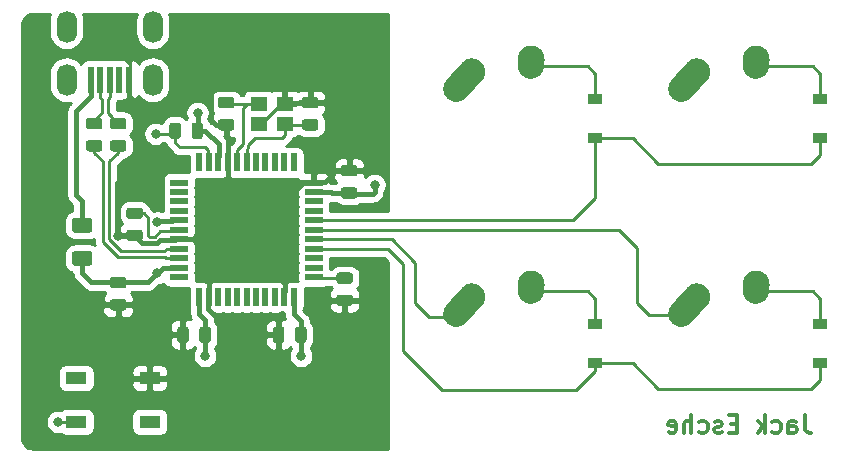
<source format=gbr>
%TF.GenerationSoftware,KiCad,Pcbnew,(5.1.6)-1*%
%TF.CreationDate,2020-08-29T19:36:31-05:00*%
%TF.ProjectId,je03-pcb-guide,6a653033-2d70-4636-922d-67756964652e,rev?*%
%TF.SameCoordinates,Original*%
%TF.FileFunction,Copper,L2,Bot*%
%TF.FilePolarity,Positive*%
%FSLAX46Y46*%
G04 Gerber Fmt 4.6, Leading zero omitted, Abs format (unit mm)*
G04 Created by KiCad (PCBNEW (5.1.6)-1) date 2020-08-29 19:36:31*
%MOMM*%
%LPD*%
G01*
G04 APERTURE LIST*
%TA.AperFunction,NonConductor*%
%ADD10C,0.300000*%
%TD*%
%TA.AperFunction,SMDPad,CuDef*%
%ADD11R,1.400000X1.200000*%
%TD*%
%TA.AperFunction,ComponentPad*%
%ADD12O,1.700000X2.700000*%
%TD*%
%TA.AperFunction,SMDPad,CuDef*%
%ADD13R,0.500000X2.250000*%
%TD*%
%TA.AperFunction,SMDPad,CuDef*%
%ADD14R,0.550000X1.500000*%
%TD*%
%TA.AperFunction,SMDPad,CuDef*%
%ADD15R,1.500000X0.550000*%
%TD*%
%TA.AperFunction,SMDPad,CuDef*%
%ADD16R,1.800000X1.100000*%
%TD*%
%TA.AperFunction,ComponentPad*%
%ADD17C,2.250000*%
%TD*%
%TA.AperFunction,SMDPad,CuDef*%
%ADD18R,1.200000X0.900000*%
%TD*%
%TA.AperFunction,ViaPad*%
%ADD19C,0.800000*%
%TD*%
%TA.AperFunction,Conductor*%
%ADD20C,0.381000*%
%TD*%
%TA.AperFunction,Conductor*%
%ADD21C,0.254000*%
%TD*%
G04 APERTURE END LIST*
D10*
X122502714Y-113986571D02*
X122502714Y-115058000D01*
X122574142Y-115272285D01*
X122717000Y-115415142D01*
X122931285Y-115486571D01*
X123074142Y-115486571D01*
X121145571Y-115486571D02*
X121145571Y-114700857D01*
X121217000Y-114558000D01*
X121359857Y-114486571D01*
X121645571Y-114486571D01*
X121788428Y-114558000D01*
X121145571Y-115415142D02*
X121288428Y-115486571D01*
X121645571Y-115486571D01*
X121788428Y-115415142D01*
X121859857Y-115272285D01*
X121859857Y-115129428D01*
X121788428Y-114986571D01*
X121645571Y-114915142D01*
X121288428Y-114915142D01*
X121145571Y-114843714D01*
X119788428Y-115415142D02*
X119931285Y-115486571D01*
X120217000Y-115486571D01*
X120359857Y-115415142D01*
X120431285Y-115343714D01*
X120502714Y-115200857D01*
X120502714Y-114772285D01*
X120431285Y-114629428D01*
X120359857Y-114558000D01*
X120217000Y-114486571D01*
X119931285Y-114486571D01*
X119788428Y-114558000D01*
X119145571Y-115486571D02*
X119145571Y-113986571D01*
X119002714Y-114915142D02*
X118574142Y-115486571D01*
X118574142Y-114486571D02*
X119145571Y-115058000D01*
X116788428Y-114700857D02*
X116288428Y-114700857D01*
X116074142Y-115486571D02*
X116788428Y-115486571D01*
X116788428Y-113986571D01*
X116074142Y-113986571D01*
X115502714Y-115415142D02*
X115359857Y-115486571D01*
X115074142Y-115486571D01*
X114931285Y-115415142D01*
X114859857Y-115272285D01*
X114859857Y-115200857D01*
X114931285Y-115058000D01*
X115074142Y-114986571D01*
X115288428Y-114986571D01*
X115431285Y-114915142D01*
X115502714Y-114772285D01*
X115502714Y-114700857D01*
X115431285Y-114558000D01*
X115288428Y-114486571D01*
X115074142Y-114486571D01*
X114931285Y-114558000D01*
X113574142Y-115415142D02*
X113717000Y-115486571D01*
X114002714Y-115486571D01*
X114145571Y-115415142D01*
X114217000Y-115343714D01*
X114288428Y-115200857D01*
X114288428Y-114772285D01*
X114217000Y-114629428D01*
X114145571Y-114558000D01*
X114002714Y-114486571D01*
X113717000Y-114486571D01*
X113574142Y-114558000D01*
X112931285Y-115486571D02*
X112931285Y-113986571D01*
X112288428Y-115486571D02*
X112288428Y-114700857D01*
X112359857Y-114558000D01*
X112502714Y-114486571D01*
X112717000Y-114486571D01*
X112859857Y-114558000D01*
X112931285Y-114629428D01*
X111002714Y-115415142D02*
X111145571Y-115486571D01*
X111431285Y-115486571D01*
X111574142Y-115415142D01*
X111645571Y-115272285D01*
X111645571Y-114700857D01*
X111574142Y-114558000D01*
X111431285Y-114486571D01*
X111145571Y-114486571D01*
X111002714Y-114558000D01*
X110931285Y-114700857D01*
X110931285Y-114843714D01*
X111645571Y-114986571D01*
D11*
%TO.P,Y1,4*%
%TO.N,GND*%
X78495250Y-87612750D03*
%TO.P,Y1,3*%
%TO.N,Net-(C2-Pad1)*%
X76295250Y-87612750D03*
%TO.P,Y1,2*%
%TO.N,GND*%
X76295250Y-89312750D03*
%TO.P,Y1,1*%
%TO.N,Net-(C1-Pad1)*%
X78495250Y-89312750D03*
%TD*%
D12*
%TO.P,USB1,6*%
%TO.N,Net-(USB1-Pad6)*%
X60028000Y-81098000D03*
X67328000Y-81098000D03*
X67328000Y-85598000D03*
X60028000Y-85598000D03*
D13*
%TO.P,USB1,5*%
%TO.N,VCC*%
X62078000Y-85598000D03*
%TO.P,USB1,4*%
%TO.N,D-*%
X62878000Y-85598000D03*
%TO.P,USB1,3*%
%TO.N,D+*%
X63678000Y-85598000D03*
%TO.P,USB1,2*%
%TO.N,Net-(USB1-Pad2)*%
X64478000Y-85598000D03*
%TO.P,USB1,1*%
%TO.N,GND*%
X65278000Y-85598000D03*
%TD*%
D14*
%TO.P,U1,44*%
%TO.N,+5V*%
X71262500Y-103998000D03*
%TO.P,U1,43*%
%TO.N,GND*%
X72062500Y-103998000D03*
%TO.P,U1,42*%
%TO.N,Net-(U1-Pad42)*%
X72862500Y-103998000D03*
%TO.P,U1,41*%
%TO.N,Net-(U1-Pad41)*%
X73662500Y-103998000D03*
%TO.P,U1,40*%
%TO.N,Net-(U1-Pad40)*%
X74462500Y-103998000D03*
%TO.P,U1,39*%
%TO.N,Net-(U1-Pad39)*%
X75262500Y-103998000D03*
%TO.P,U1,38*%
%TO.N,Net-(U1-Pad38)*%
X76062500Y-103998000D03*
%TO.P,U1,37*%
%TO.N,Net-(U1-Pad37)*%
X76862500Y-103998000D03*
%TO.P,U1,36*%
%TO.N,Net-(U1-Pad36)*%
X77662500Y-103998000D03*
%TO.P,U1,35*%
%TO.N,GND*%
X78462500Y-103998000D03*
%TO.P,U1,34*%
%TO.N,+5V*%
X79262500Y-103998000D03*
D15*
%TO.P,U1,33*%
%TO.N,Net-(R4-Pad2)*%
X80962500Y-102298000D03*
%TO.P,U1,32*%
%TO.N,Net-(U1-Pad32)*%
X80962500Y-101498000D03*
%TO.P,U1,31*%
%TO.N,Net-(U1-Pad31)*%
X80962500Y-100698000D03*
%TO.P,U1,30*%
%TO.N,ROW1*%
X80962500Y-99898000D03*
%TO.P,U1,29*%
%TO.N,COL0*%
X80962500Y-99098000D03*
%TO.P,U1,28*%
%TO.N,COL1*%
X80962500Y-98298000D03*
%TO.P,U1,27*%
%TO.N,ROW0*%
X80962500Y-97498000D03*
%TO.P,U1,26*%
%TO.N,Net-(U1-Pad26)*%
X80962500Y-96698000D03*
%TO.P,U1,25*%
%TO.N,Net-(U1-Pad25)*%
X80962500Y-95898000D03*
%TO.P,U1,24*%
%TO.N,+5V*%
X80962500Y-95098000D03*
%TO.P,U1,23*%
%TO.N,GND*%
X80962500Y-94298000D03*
D14*
%TO.P,U1,22*%
%TO.N,Net-(U1-Pad22)*%
X79262500Y-92598000D03*
%TO.P,U1,21*%
%TO.N,Net-(U1-Pad21)*%
X78462500Y-92598000D03*
%TO.P,U1,20*%
%TO.N,Net-(U1-Pad20)*%
X77662500Y-92598000D03*
%TO.P,U1,19*%
%TO.N,Net-(U1-Pad19)*%
X76862500Y-92598000D03*
%TO.P,U1,18*%
%TO.N,Net-(U1-Pad18)*%
X76062500Y-92598000D03*
%TO.P,U1,17*%
%TO.N,Net-(C1-Pad1)*%
X75262500Y-92598000D03*
%TO.P,U1,16*%
%TO.N,Net-(C2-Pad1)*%
X74462500Y-92598000D03*
%TO.P,U1,15*%
%TO.N,GND*%
X73662500Y-92598000D03*
%TO.P,U1,14*%
%TO.N,+5V*%
X72862500Y-92598000D03*
%TO.P,U1,13*%
%TO.N,Net-(R1-Pad2)*%
X72062500Y-92598000D03*
%TO.P,U1,12*%
%TO.N,Net-(U1-Pad12)*%
X71262500Y-92598000D03*
D15*
%TO.P,U1,11*%
%TO.N,Net-(U1-Pad11)*%
X69562500Y-94298000D03*
%TO.P,U1,10*%
%TO.N,Net-(U1-Pad10)*%
X69562500Y-95098000D03*
%TO.P,U1,9*%
%TO.N,Net-(U1-Pad9)*%
X69562500Y-95898000D03*
%TO.P,U1,8*%
%TO.N,Net-(U1-Pad8)*%
X69562500Y-96698000D03*
%TO.P,U1,7*%
%TO.N,+5V*%
X69562500Y-97498000D03*
%TO.P,U1,6*%
%TO.N,Net-(C3-Pad1)*%
X69562500Y-98298000D03*
%TO.P,U1,5*%
%TO.N,GND*%
X69562500Y-99098000D03*
%TO.P,U1,4*%
%TO.N,Net-(R2-Pad1)*%
X69562500Y-99898000D03*
%TO.P,U1,3*%
%TO.N,Net-(R3-Pad1)*%
X69562500Y-100698000D03*
%TO.P,U1,2*%
%TO.N,+5V*%
X69562500Y-101498000D03*
%TO.P,U1,1*%
%TO.N,Net-(U1-Pad1)*%
X69562500Y-102298000D03*
%TD*%
D16*
%TO.P,SW1,4*%
%TO.N,N/C*%
X60856000Y-110854000D03*
%TO.P,SW1,3*%
X67056000Y-114554000D03*
%TO.P,SW1,2*%
%TO.N,Net-(R1-Pad2)*%
X60856000Y-114554000D03*
%TO.P,SW1,1*%
%TO.N,GND*%
X67056000Y-110854000D03*
%TD*%
%TO.P,R4,2*%
%TO.N,Net-(R4-Pad2)*%
%TA.AperFunction,SMDPad,CuDef*%
G36*
G01*
X84022250Y-102879500D02*
X83109750Y-102879500D01*
G75*
G02*
X82866000Y-102635750I0J243750D01*
G01*
X82866000Y-102148250D01*
G75*
G02*
X83109750Y-101904500I243750J0D01*
G01*
X84022250Y-101904500D01*
G75*
G02*
X84266000Y-102148250I0J-243750D01*
G01*
X84266000Y-102635750D01*
G75*
G02*
X84022250Y-102879500I-243750J0D01*
G01*
G37*
%TD.AperFunction*%
%TO.P,R4,1*%
%TO.N,GND*%
%TA.AperFunction,SMDPad,CuDef*%
G36*
G01*
X84022250Y-104754500D02*
X83109750Y-104754500D01*
G75*
G02*
X82866000Y-104510750I0J243750D01*
G01*
X82866000Y-104023250D01*
G75*
G02*
X83109750Y-103779500I243750J0D01*
G01*
X84022250Y-103779500D01*
G75*
G02*
X84266000Y-104023250I0J-243750D01*
G01*
X84266000Y-104510750D01*
G75*
G02*
X84022250Y-104754500I-243750J0D01*
G01*
G37*
%TD.AperFunction*%
%TD*%
%TO.P,R3,2*%
%TO.N,D-*%
%TA.AperFunction,SMDPad,CuDef*%
G36*
G01*
X62813250Y-89798500D02*
X61900750Y-89798500D01*
G75*
G02*
X61657000Y-89554750I0J243750D01*
G01*
X61657000Y-89067250D01*
G75*
G02*
X61900750Y-88823500I243750J0D01*
G01*
X62813250Y-88823500D01*
G75*
G02*
X63057000Y-89067250I0J-243750D01*
G01*
X63057000Y-89554750D01*
G75*
G02*
X62813250Y-89798500I-243750J0D01*
G01*
G37*
%TD.AperFunction*%
%TO.P,R3,1*%
%TO.N,Net-(R3-Pad1)*%
%TA.AperFunction,SMDPad,CuDef*%
G36*
G01*
X62813250Y-91673500D02*
X61900750Y-91673500D01*
G75*
G02*
X61657000Y-91429750I0J243750D01*
G01*
X61657000Y-90942250D01*
G75*
G02*
X61900750Y-90698500I243750J0D01*
G01*
X62813250Y-90698500D01*
G75*
G02*
X63057000Y-90942250I0J-243750D01*
G01*
X63057000Y-91429750D01*
G75*
G02*
X62813250Y-91673500I-243750J0D01*
G01*
G37*
%TD.AperFunction*%
%TD*%
%TO.P,R2,2*%
%TO.N,D+*%
%TA.AperFunction,SMDPad,CuDef*%
G36*
G01*
X64845250Y-89798500D02*
X63932750Y-89798500D01*
G75*
G02*
X63689000Y-89554750I0J243750D01*
G01*
X63689000Y-89067250D01*
G75*
G02*
X63932750Y-88823500I243750J0D01*
G01*
X64845250Y-88823500D01*
G75*
G02*
X65089000Y-89067250I0J-243750D01*
G01*
X65089000Y-89554750D01*
G75*
G02*
X64845250Y-89798500I-243750J0D01*
G01*
G37*
%TD.AperFunction*%
%TO.P,R2,1*%
%TO.N,Net-(R2-Pad1)*%
%TA.AperFunction,SMDPad,CuDef*%
G36*
G01*
X64845250Y-91673500D02*
X63932750Y-91673500D01*
G75*
G02*
X63689000Y-91429750I0J243750D01*
G01*
X63689000Y-90942250D01*
G75*
G02*
X63932750Y-90698500I243750J0D01*
G01*
X64845250Y-90698500D01*
G75*
G02*
X65089000Y-90942250I0J-243750D01*
G01*
X65089000Y-91429750D01*
G75*
G02*
X64845250Y-91673500I-243750J0D01*
G01*
G37*
%TD.AperFunction*%
%TD*%
%TO.P,R1,2*%
%TO.N,Net-(R1-Pad2)*%
%TA.AperFunction,SMDPad,CuDef*%
G36*
G01*
X69702500Y-89459750D02*
X69702500Y-90372250D01*
G75*
G02*
X69458750Y-90616000I-243750J0D01*
G01*
X68971250Y-90616000D01*
G75*
G02*
X68727500Y-90372250I0J243750D01*
G01*
X68727500Y-89459750D01*
G75*
G02*
X68971250Y-89216000I243750J0D01*
G01*
X69458750Y-89216000D01*
G75*
G02*
X69702500Y-89459750I0J-243750D01*
G01*
G37*
%TD.AperFunction*%
%TO.P,R1,1*%
%TO.N,+5V*%
%TA.AperFunction,SMDPad,CuDef*%
G36*
G01*
X71577500Y-89459750D02*
X71577500Y-90372250D01*
G75*
G02*
X71333750Y-90616000I-243750J0D01*
G01*
X70846250Y-90616000D01*
G75*
G02*
X70602500Y-90372250I0J243750D01*
G01*
X70602500Y-89459750D01*
G75*
G02*
X70846250Y-89216000I243750J0D01*
G01*
X71333750Y-89216000D01*
G75*
G02*
X71577500Y-89459750I0J-243750D01*
G01*
G37*
%TD.AperFunction*%
%TD*%
D17*
%TO.P,MX4,1*%
%TO.N,COL1*%
X113387500Y-103950000D03*
%TA.AperFunction,ComponentPad*%
G36*
G01*
X111326183Y-106247345D02*
X111326183Y-106247345D01*
G75*
G02*
X111240155Y-104658683I751317J837345D01*
G01*
X112550157Y-103198683D01*
G75*
G02*
X114138819Y-103112655I837345J-751317D01*
G01*
X114138819Y-103112655D01*
G75*
G02*
X114224847Y-104701317I-751317J-837345D01*
G01*
X112914845Y-106161317D01*
G75*
G02*
X111326183Y-106247345I-837345J751317D01*
G01*
G37*
%TD.AperFunction*%
%TO.P,MX4,2*%
%TO.N,Net-(D4-Pad2)*%
X118427500Y-102870000D03*
%TA.AperFunction,ComponentPad*%
G36*
G01*
X118310097Y-104572334D02*
X118310097Y-104572334D01*
G75*
G02*
X117265166Y-103372597I77403J1122334D01*
G01*
X117305166Y-102792597D01*
G75*
G02*
X118504903Y-101747666I1122334J-77403D01*
G01*
X118504903Y-101747666D01*
G75*
G02*
X119549834Y-102947403I-77403J-1122334D01*
G01*
X119509834Y-103527403D01*
G75*
G02*
X118310097Y-104572334I-1122334J77403D01*
G01*
G37*
%TD.AperFunction*%
%TD*%
%TO.P,MX3,1*%
%TO.N,COL0*%
X94337500Y-103950000D03*
%TA.AperFunction,ComponentPad*%
G36*
G01*
X92276183Y-106247345D02*
X92276183Y-106247345D01*
G75*
G02*
X92190155Y-104658683I751317J837345D01*
G01*
X93500157Y-103198683D01*
G75*
G02*
X95088819Y-103112655I837345J-751317D01*
G01*
X95088819Y-103112655D01*
G75*
G02*
X95174847Y-104701317I-751317J-837345D01*
G01*
X93864845Y-106161317D01*
G75*
G02*
X92276183Y-106247345I-837345J751317D01*
G01*
G37*
%TD.AperFunction*%
%TO.P,MX3,2*%
%TO.N,Net-(D3-Pad2)*%
X99377500Y-102870000D03*
%TA.AperFunction,ComponentPad*%
G36*
G01*
X99260097Y-104572334D02*
X99260097Y-104572334D01*
G75*
G02*
X98215166Y-103372597I77403J1122334D01*
G01*
X98255166Y-102792597D01*
G75*
G02*
X99454903Y-101747666I1122334J-77403D01*
G01*
X99454903Y-101747666D01*
G75*
G02*
X100499834Y-102947403I-77403J-1122334D01*
G01*
X100459834Y-103527403D01*
G75*
G02*
X99260097Y-104572334I-1122334J77403D01*
G01*
G37*
%TD.AperFunction*%
%TD*%
%TO.P,MX2,1*%
%TO.N,COL1*%
X113387500Y-84900000D03*
%TA.AperFunction,ComponentPad*%
G36*
G01*
X111326183Y-87197345D02*
X111326183Y-87197345D01*
G75*
G02*
X111240155Y-85608683I751317J837345D01*
G01*
X112550157Y-84148683D01*
G75*
G02*
X114138819Y-84062655I837345J-751317D01*
G01*
X114138819Y-84062655D01*
G75*
G02*
X114224847Y-85651317I-751317J-837345D01*
G01*
X112914845Y-87111317D01*
G75*
G02*
X111326183Y-87197345I-837345J751317D01*
G01*
G37*
%TD.AperFunction*%
%TO.P,MX2,2*%
%TO.N,Net-(D2-Pad2)*%
X118427500Y-83820000D03*
%TA.AperFunction,ComponentPad*%
G36*
G01*
X118310097Y-85522334D02*
X118310097Y-85522334D01*
G75*
G02*
X117265166Y-84322597I77403J1122334D01*
G01*
X117305166Y-83742597D01*
G75*
G02*
X118504903Y-82697666I1122334J-77403D01*
G01*
X118504903Y-82697666D01*
G75*
G02*
X119549834Y-83897403I-77403J-1122334D01*
G01*
X119509834Y-84477403D01*
G75*
G02*
X118310097Y-85522334I-1122334J77403D01*
G01*
G37*
%TD.AperFunction*%
%TD*%
%TO.P,MX1,1*%
%TO.N,COL0*%
X94337500Y-84900000D03*
%TA.AperFunction,ComponentPad*%
G36*
G01*
X92276183Y-87197345D02*
X92276183Y-87197345D01*
G75*
G02*
X92190155Y-85608683I751317J837345D01*
G01*
X93500157Y-84148683D01*
G75*
G02*
X95088819Y-84062655I837345J-751317D01*
G01*
X95088819Y-84062655D01*
G75*
G02*
X95174847Y-85651317I-751317J-837345D01*
G01*
X93864845Y-87111317D01*
G75*
G02*
X92276183Y-87197345I-837345J751317D01*
G01*
G37*
%TD.AperFunction*%
%TO.P,MX1,2*%
%TO.N,Net-(D1-Pad2)*%
X99377500Y-83820000D03*
%TA.AperFunction,ComponentPad*%
G36*
G01*
X99260097Y-85522334D02*
X99260097Y-85522334D01*
G75*
G02*
X98215166Y-84322597I77403J1122334D01*
G01*
X98255166Y-83742597D01*
G75*
G02*
X99454903Y-82697666I1122334J-77403D01*
G01*
X99454903Y-82697666D01*
G75*
G02*
X100499834Y-83897403I-77403J-1122334D01*
G01*
X100459834Y-84477403D01*
G75*
G02*
X99260097Y-85522334I-1122334J77403D01*
G01*
G37*
%TD.AperFunction*%
%TD*%
%TO.P,F1,2*%
%TO.N,VCC*%
%TA.AperFunction,SMDPad,CuDef*%
G36*
G01*
X61966000Y-98542000D02*
X60716000Y-98542000D01*
G75*
G02*
X60466000Y-98292000I0J250000D01*
G01*
X60466000Y-97542000D01*
G75*
G02*
X60716000Y-97292000I250000J0D01*
G01*
X61966000Y-97292000D01*
G75*
G02*
X62216000Y-97542000I0J-250000D01*
G01*
X62216000Y-98292000D01*
G75*
G02*
X61966000Y-98542000I-250000J0D01*
G01*
G37*
%TD.AperFunction*%
%TO.P,F1,1*%
%TO.N,+5V*%
%TA.AperFunction,SMDPad,CuDef*%
G36*
G01*
X61966000Y-101342000D02*
X60716000Y-101342000D01*
G75*
G02*
X60466000Y-101092000I0J250000D01*
G01*
X60466000Y-100342000D01*
G75*
G02*
X60716000Y-100092000I250000J0D01*
G01*
X61966000Y-100092000D01*
G75*
G02*
X62216000Y-100342000I0J-250000D01*
G01*
X62216000Y-101092000D01*
G75*
G02*
X61966000Y-101342000I-250000J0D01*
G01*
G37*
%TD.AperFunction*%
%TD*%
D18*
%TO.P,D4,2*%
%TO.N,Net-(D4-Pad2)*%
X123825000Y-106300000D03*
%TO.P,D4,1*%
%TO.N,ROW1*%
X123825000Y-109600000D03*
%TD*%
%TO.P,D3,2*%
%TO.N,Net-(D3-Pad2)*%
X104775000Y-106300000D03*
%TO.P,D3,1*%
%TO.N,ROW1*%
X104775000Y-109600000D03*
%TD*%
%TO.P,D2,2*%
%TO.N,Net-(D2-Pad2)*%
X123825000Y-87250000D03*
%TO.P,D2,1*%
%TO.N,ROW0*%
X123825000Y-90550000D03*
%TD*%
%TO.P,D1,2*%
%TO.N,Net-(D1-Pad2)*%
X104775000Y-87250000D03*
%TO.P,D1,1*%
%TO.N,ROW0*%
X104775000Y-90550000D03*
%TD*%
%TO.P,C7,2*%
%TO.N,GND*%
%TA.AperFunction,SMDPad,CuDef*%
G36*
G01*
X78465500Y-106731750D02*
X78465500Y-107644250D01*
G75*
G02*
X78221750Y-107888000I-243750J0D01*
G01*
X77734250Y-107888000D01*
G75*
G02*
X77490500Y-107644250I0J243750D01*
G01*
X77490500Y-106731750D01*
G75*
G02*
X77734250Y-106488000I243750J0D01*
G01*
X78221750Y-106488000D01*
G75*
G02*
X78465500Y-106731750I0J-243750D01*
G01*
G37*
%TD.AperFunction*%
%TO.P,C7,1*%
%TO.N,+5V*%
%TA.AperFunction,SMDPad,CuDef*%
G36*
G01*
X80340500Y-106731750D02*
X80340500Y-107644250D01*
G75*
G02*
X80096750Y-107888000I-243750J0D01*
G01*
X79609250Y-107888000D01*
G75*
G02*
X79365500Y-107644250I0J243750D01*
G01*
X79365500Y-106731750D01*
G75*
G02*
X79609250Y-106488000I243750J0D01*
G01*
X80096750Y-106488000D01*
G75*
G02*
X80340500Y-106731750I0J-243750D01*
G01*
G37*
%TD.AperFunction*%
%TD*%
%TO.P,C6,2*%
%TO.N,GND*%
%TA.AperFunction,SMDPad,CuDef*%
G36*
G01*
X84403250Y-93784000D02*
X83490750Y-93784000D01*
G75*
G02*
X83247000Y-93540250I0J243750D01*
G01*
X83247000Y-93052750D01*
G75*
G02*
X83490750Y-92809000I243750J0D01*
G01*
X84403250Y-92809000D01*
G75*
G02*
X84647000Y-93052750I0J-243750D01*
G01*
X84647000Y-93540250D01*
G75*
G02*
X84403250Y-93784000I-243750J0D01*
G01*
G37*
%TD.AperFunction*%
%TO.P,C6,1*%
%TO.N,+5V*%
%TA.AperFunction,SMDPad,CuDef*%
G36*
G01*
X84403250Y-95659000D02*
X83490750Y-95659000D01*
G75*
G02*
X83247000Y-95415250I0J243750D01*
G01*
X83247000Y-94927750D01*
G75*
G02*
X83490750Y-94684000I243750J0D01*
G01*
X84403250Y-94684000D01*
G75*
G02*
X84647000Y-94927750I0J-243750D01*
G01*
X84647000Y-95415250D01*
G75*
G02*
X84403250Y-95659000I-243750J0D01*
G01*
G37*
%TD.AperFunction*%
%TD*%
%TO.P,C5,2*%
%TO.N,GND*%
%TA.AperFunction,SMDPad,CuDef*%
G36*
G01*
X70367500Y-106731750D02*
X70367500Y-107644250D01*
G75*
G02*
X70123750Y-107888000I-243750J0D01*
G01*
X69636250Y-107888000D01*
G75*
G02*
X69392500Y-107644250I0J243750D01*
G01*
X69392500Y-106731750D01*
G75*
G02*
X69636250Y-106488000I243750J0D01*
G01*
X70123750Y-106488000D01*
G75*
G02*
X70367500Y-106731750I0J-243750D01*
G01*
G37*
%TD.AperFunction*%
%TO.P,C5,1*%
%TO.N,+5V*%
%TA.AperFunction,SMDPad,CuDef*%
G36*
G01*
X72242500Y-106731750D02*
X72242500Y-107644250D01*
G75*
G02*
X71998750Y-107888000I-243750J0D01*
G01*
X71511250Y-107888000D01*
G75*
G02*
X71267500Y-107644250I0J243750D01*
G01*
X71267500Y-106731750D01*
G75*
G02*
X71511250Y-106488000I243750J0D01*
G01*
X71998750Y-106488000D01*
G75*
G02*
X72242500Y-106731750I0J-243750D01*
G01*
G37*
%TD.AperFunction*%
%TD*%
%TO.P,C4,2*%
%TO.N,GND*%
%TA.AperFunction,SMDPad,CuDef*%
G36*
G01*
X63932750Y-104160500D02*
X64845250Y-104160500D01*
G75*
G02*
X65089000Y-104404250I0J-243750D01*
G01*
X65089000Y-104891750D01*
G75*
G02*
X64845250Y-105135500I-243750J0D01*
G01*
X63932750Y-105135500D01*
G75*
G02*
X63689000Y-104891750I0J243750D01*
G01*
X63689000Y-104404250D01*
G75*
G02*
X63932750Y-104160500I243750J0D01*
G01*
G37*
%TD.AperFunction*%
%TO.P,C4,1*%
%TO.N,+5V*%
%TA.AperFunction,SMDPad,CuDef*%
G36*
G01*
X63932750Y-102285500D02*
X64845250Y-102285500D01*
G75*
G02*
X65089000Y-102529250I0J-243750D01*
G01*
X65089000Y-103016750D01*
G75*
G02*
X64845250Y-103260500I-243750J0D01*
G01*
X63932750Y-103260500D01*
G75*
G02*
X63689000Y-103016750I0J243750D01*
G01*
X63689000Y-102529250D01*
G75*
G02*
X63932750Y-102285500I243750J0D01*
G01*
G37*
%TD.AperFunction*%
%TD*%
%TO.P,C3,2*%
%TO.N,GND*%
%TA.AperFunction,SMDPad,CuDef*%
G36*
G01*
X65329750Y-98288500D02*
X66242250Y-98288500D01*
G75*
G02*
X66486000Y-98532250I0J-243750D01*
G01*
X66486000Y-99019750D01*
G75*
G02*
X66242250Y-99263500I-243750J0D01*
G01*
X65329750Y-99263500D01*
G75*
G02*
X65086000Y-99019750I0J243750D01*
G01*
X65086000Y-98532250D01*
G75*
G02*
X65329750Y-98288500I243750J0D01*
G01*
G37*
%TD.AperFunction*%
%TO.P,C3,1*%
%TO.N,Net-(C3-Pad1)*%
%TA.AperFunction,SMDPad,CuDef*%
G36*
G01*
X65329750Y-96413500D02*
X66242250Y-96413500D01*
G75*
G02*
X66486000Y-96657250I0J-243750D01*
G01*
X66486000Y-97144750D01*
G75*
G02*
X66242250Y-97388500I-243750J0D01*
G01*
X65329750Y-97388500D01*
G75*
G02*
X65086000Y-97144750I0J243750D01*
G01*
X65086000Y-96657250D01*
G75*
G02*
X65329750Y-96413500I243750J0D01*
G01*
G37*
%TD.AperFunction*%
%TD*%
%TO.P,C2,2*%
%TO.N,GND*%
%TA.AperFunction,SMDPad,CuDef*%
G36*
G01*
X73076750Y-88920500D02*
X73989250Y-88920500D01*
G75*
G02*
X74233000Y-89164250I0J-243750D01*
G01*
X74233000Y-89651750D01*
G75*
G02*
X73989250Y-89895500I-243750J0D01*
G01*
X73076750Y-89895500D01*
G75*
G02*
X72833000Y-89651750I0J243750D01*
G01*
X72833000Y-89164250D01*
G75*
G02*
X73076750Y-88920500I243750J0D01*
G01*
G37*
%TD.AperFunction*%
%TO.P,C2,1*%
%TO.N,Net-(C2-Pad1)*%
%TA.AperFunction,SMDPad,CuDef*%
G36*
G01*
X73076750Y-87045500D02*
X73989250Y-87045500D01*
G75*
G02*
X74233000Y-87289250I0J-243750D01*
G01*
X74233000Y-87776750D01*
G75*
G02*
X73989250Y-88020500I-243750J0D01*
G01*
X73076750Y-88020500D01*
G75*
G02*
X72833000Y-87776750I0J243750D01*
G01*
X72833000Y-87289250D01*
G75*
G02*
X73076750Y-87045500I243750J0D01*
G01*
G37*
%TD.AperFunction*%
%TD*%
%TO.P,C1,2*%
%TO.N,GND*%
%TA.AperFunction,SMDPad,CuDef*%
G36*
G01*
X81101250Y-88020500D02*
X80188750Y-88020500D01*
G75*
G02*
X79945000Y-87776750I0J243750D01*
G01*
X79945000Y-87289250D01*
G75*
G02*
X80188750Y-87045500I243750J0D01*
G01*
X81101250Y-87045500D01*
G75*
G02*
X81345000Y-87289250I0J-243750D01*
G01*
X81345000Y-87776750D01*
G75*
G02*
X81101250Y-88020500I-243750J0D01*
G01*
G37*
%TD.AperFunction*%
%TO.P,C1,1*%
%TO.N,Net-(C1-Pad1)*%
%TA.AperFunction,SMDPad,CuDef*%
G36*
G01*
X81101250Y-89895500D02*
X80188750Y-89895500D01*
G75*
G02*
X79945000Y-89651750I0J243750D01*
G01*
X79945000Y-89164250D01*
G75*
G02*
X80188750Y-88920500I243750J0D01*
G01*
X81101250Y-88920500D01*
G75*
G02*
X81345000Y-89164250I0J-243750D01*
G01*
X81345000Y-89651750D01*
G75*
G02*
X81101250Y-89895500I-243750J0D01*
G01*
G37*
%TD.AperFunction*%
%TD*%
D19*
%TO.N,GND*%
X64395067Y-98799933D03*
X62865000Y-104140000D03*
%TO.N,+5V*%
X67691000Y-101981000D03*
X71755000Y-108966000D03*
X79883000Y-108966000D03*
X67691000Y-97663000D03*
X71120000Y-88392000D03*
X86106000Y-94488000D03*
%TO.N,Net-(R1-Pad2)*%
X59309000Y-114554000D03*
X67564000Y-90170000D03*
%TD*%
D20*
%TO.N,GND*%
X72263000Y-86614000D02*
X72517000Y-86360000D01*
X72517000Y-86360000D02*
X78232000Y-86360000D01*
X78232000Y-86360000D02*
X78486000Y-86614000D01*
X78486000Y-86614000D02*
X78486000Y-87249000D01*
X73533000Y-89408000D02*
X72644000Y-89408000D01*
X72644000Y-89408000D02*
X72263000Y-89027000D01*
X72263000Y-89027000D02*
X72263000Y-86741000D01*
X72263000Y-86741000D02*
X72263000Y-86614000D01*
D21*
X76492348Y-89312750D02*
X78175098Y-87630000D01*
D20*
X76295250Y-89312750D02*
X76492348Y-89312750D01*
X73533000Y-89408000D02*
X73533000Y-90424000D01*
X73533000Y-90424000D02*
X73660000Y-90551000D01*
X73660000Y-90551000D02*
X73660000Y-91821000D01*
X70693500Y-99098000D02*
X73660000Y-96131500D01*
X69562500Y-99098000D02*
X70693500Y-99098000D01*
X73660000Y-96131500D02*
X73660000Y-93218000D01*
X80962500Y-94298000D02*
X80962500Y-94297500D01*
X80035098Y-94297500D02*
X78486000Y-95846598D01*
X80962500Y-94297500D02*
X80035098Y-94297500D01*
X72062500Y-103998000D02*
X72062500Y-97843500D01*
X78486000Y-99314000D02*
X78486000Y-103505000D01*
X78486000Y-99314000D02*
X78486000Y-99441000D01*
X78486000Y-95846598D02*
X78486000Y-99314000D01*
X78486000Y-99441000D02*
X76073000Y-99441000D01*
X76073000Y-99441000D02*
X73279000Y-96647000D01*
X65786000Y-98776000D02*
X66451000Y-99441000D01*
X66451000Y-99441000D02*
X67691000Y-99441000D01*
X67691000Y-99441000D02*
X67945000Y-99187000D01*
X67945000Y-99187000D02*
X69215000Y-99187000D01*
X65786000Y-98776000D02*
X64419000Y-98776000D01*
X64419000Y-98776000D02*
X64395067Y-98799933D01*
X62865000Y-104140000D02*
X63373000Y-104648000D01*
X63373000Y-104648000D02*
X64008000Y-104648000D01*
X81471000Y-94298000D02*
X81535000Y-94234000D01*
X80962500Y-94298000D02*
X81471000Y-94298000D01*
X81535000Y-94234000D02*
X81915000Y-94234000D01*
X81915000Y-94234000D02*
X82550000Y-93599000D01*
X82550000Y-93599000D02*
X82550000Y-93218000D01*
X82550000Y-93218000D02*
X83693000Y-93218000D01*
X67056000Y-110854000D02*
X72153000Y-110854000D01*
X72153000Y-110854000D02*
X73152000Y-109855000D01*
X73152000Y-109855000D02*
X73152000Y-106299000D01*
X73152000Y-106299000D02*
X73152000Y-106172000D01*
X73152000Y-106172000D02*
X72263000Y-105283000D01*
X72263000Y-105283000D02*
X72009000Y-105029000D01*
X72009000Y-105029000D02*
X72009000Y-104521000D01*
X69880000Y-107188000D02*
X69880000Y-109758000D01*
X69880000Y-109758000D02*
X70993000Y-110871000D01*
X77978000Y-107188000D02*
X73660000Y-107188000D01*
X73660000Y-107188000D02*
X73152000Y-106680000D01*
X73787000Y-108585000D02*
X73152000Y-107950000D01*
X75438000Y-110490000D02*
X73787000Y-108585000D01*
X83566000Y-104267000D02*
X83566000Y-109220000D01*
X82169000Y-110490000D02*
X75438000Y-110490000D01*
X83566000Y-109220000D02*
X82169000Y-110490000D01*
X78232000Y-86360000D02*
X81915000Y-86360000D01*
X80645000Y-87533000D02*
X80645000Y-86360000D01*
X81915000Y-86360000D02*
X82423000Y-86868000D01*
X82423000Y-86868000D02*
X82550000Y-86995000D01*
X82550000Y-86995000D02*
X82550000Y-93218000D01*
X65278000Y-85598000D02*
X65278000Y-86995000D01*
X65278000Y-86995000D02*
X65786000Y-87503000D01*
X65786000Y-87503000D02*
X65786000Y-92202000D01*
X65786000Y-92837000D02*
X64262000Y-94361000D01*
X65786000Y-92202000D02*
X65786000Y-92837000D01*
X64262000Y-94361000D02*
X64262000Y-98679000D01*
D21*
%TO.N,Net-(C1-Pad1)*%
X80645000Y-89408000D02*
X78613000Y-89408000D01*
X78495250Y-89312750D02*
X78495250Y-89290250D01*
X78495250Y-89290250D02*
X78486000Y-89299500D01*
X78486000Y-89299500D02*
X78486000Y-90297000D01*
X78486000Y-90297000D02*
X78232000Y-90551000D01*
X78232000Y-90551000D02*
X75946000Y-90551000D01*
X75384010Y-91112990D02*
X75384010Y-91366990D01*
X75946000Y-90551000D02*
X75384010Y-91112990D01*
X75384010Y-91366990D02*
X75311000Y-91440000D01*
X75311000Y-91440000D02*
X75311000Y-91948000D01*
%TO.N,Net-(C2-Pad1)*%
X76295250Y-87612750D02*
X73677250Y-87612750D01*
X75341250Y-87612750D02*
X74930000Y-88024000D01*
X76295250Y-87612750D02*
X75341250Y-87612750D01*
X74930000Y-88024000D02*
X74930000Y-91059000D01*
X74930000Y-91059000D02*
X74422000Y-91567000D01*
X74422000Y-91567000D02*
X74422000Y-91948000D01*
%TO.N,Net-(C3-Pad1)*%
X65786000Y-96901000D02*
X66548000Y-96901000D01*
X66548000Y-96901000D02*
X66929000Y-97282000D01*
X66929000Y-98806000D02*
X67046490Y-98923490D01*
X66929000Y-97282000D02*
X66929000Y-98806000D01*
X67046490Y-98923490D02*
X67437000Y-98923490D01*
X67476641Y-98923490D02*
X67975131Y-98425000D01*
X67437000Y-98923490D02*
X67476641Y-98923490D01*
X67975131Y-98425000D02*
X69088000Y-98425000D01*
D20*
%TO.N,+5V*%
X71090000Y-89916000D02*
X71755000Y-89916000D01*
X71755000Y-89916000D02*
X72898000Y-91059000D01*
X72898000Y-91059000D02*
X72898000Y-92075000D01*
X71755000Y-107188000D02*
X71755000Y-105918000D01*
X71755000Y-105918000D02*
X71247000Y-105410000D01*
X71247000Y-105410000D02*
X71247000Y-104521000D01*
X79853000Y-107188000D02*
X79853000Y-106015000D01*
X79853000Y-106015000D02*
X79756000Y-105918000D01*
X79853000Y-106015000D02*
X79248000Y-105410000D01*
X79248000Y-105410000D02*
X79248000Y-104521000D01*
X79262500Y-103998000D02*
X79262500Y-103773500D01*
X69562500Y-97498000D02*
X70066000Y-97498000D01*
X61341000Y-100717000D02*
X61341000Y-101981000D01*
X61341000Y-101981000D02*
X62103000Y-102743000D01*
X62103000Y-102743000D02*
X64262000Y-102743000D01*
X69562500Y-101498000D02*
X68174000Y-101498000D01*
X68174000Y-101498000D02*
X67691000Y-101981000D01*
X67691000Y-101981000D02*
X66929000Y-102743000D01*
X66929000Y-102743000D02*
X64897000Y-102743000D01*
X71755000Y-108966000D02*
X71755000Y-107696000D01*
X79883000Y-108966000D02*
X79883000Y-107823000D01*
X67691000Y-97663000D02*
X67818000Y-97536000D01*
X67818000Y-97536000D02*
X68961000Y-97536000D01*
X71120000Y-88392000D02*
X71120000Y-89535000D01*
X86106000Y-94488000D02*
X86106000Y-95123000D01*
X86106000Y-95123000D02*
X85979000Y-95250000D01*
X85979000Y-95250000D02*
X84328000Y-95250000D01*
X83947000Y-95171500D02*
X82471500Y-95171500D01*
X82471500Y-95171500D02*
X82423000Y-95123000D01*
X82423000Y-95123000D02*
X81534000Y-95123000D01*
D21*
%TO.N,Net-(D1-Pad2)*%
X104775000Y-87250000D02*
X104775000Y-85090000D01*
X104775000Y-85090000D02*
X104140000Y-84455000D01*
X104140000Y-84455000D02*
X100457000Y-84455000D01*
%TO.N,ROW0*%
X104775000Y-90550000D02*
X107949000Y-90550000D01*
X107949000Y-90550000D02*
X110109000Y-92710000D01*
X110109000Y-92710000D02*
X121920000Y-92710000D01*
X121920000Y-92710000D02*
X123063000Y-92710000D01*
X123063000Y-92710000D02*
X123825000Y-91948000D01*
X123825000Y-91948000D02*
X123825000Y-90678000D01*
X80962500Y-97498000D02*
X102908000Y-97498000D01*
X102908000Y-97498000D02*
X104775000Y-95631000D01*
X104775000Y-95631000D02*
X104775000Y-90678000D01*
%TO.N,Net-(D2-Pad2)*%
X123825000Y-87250000D02*
X123825000Y-85090000D01*
X123825000Y-85090000D02*
X123190000Y-84455000D01*
X123190000Y-84455000D02*
X119507000Y-84455000D01*
%TO.N,Net-(D3-Pad2)*%
X104775000Y-106300000D02*
X104775000Y-104140000D01*
X104775000Y-104140000D02*
X104140000Y-103505000D01*
X104140000Y-103505000D02*
X100330000Y-103505000D01*
%TO.N,ROW1*%
X104775000Y-109600000D02*
X106933000Y-109600000D01*
X106933000Y-109600000D02*
X106934000Y-109601000D01*
X106934000Y-109601000D02*
X107950000Y-109601000D01*
X107950000Y-109601000D02*
X110109000Y-111760000D01*
X110109000Y-111760000D02*
X121920000Y-111760000D01*
X121920000Y-111760000D02*
X123063000Y-111760000D01*
X123063000Y-111760000D02*
X123825000Y-110998000D01*
X123825000Y-110998000D02*
X123825000Y-109855000D01*
X80962500Y-99898000D02*
X81102000Y-99898000D01*
X81102000Y-99898000D02*
X81153000Y-99949000D01*
X81153000Y-99949000D02*
X87249000Y-99949000D01*
X87249000Y-99949000D02*
X88519000Y-101219000D01*
X88519000Y-101219000D02*
X88519000Y-108585000D01*
X88519000Y-108585000D02*
X91821000Y-111887000D01*
X91821000Y-111887000D02*
X103124000Y-111887000D01*
X103124000Y-111887000D02*
X104775000Y-110236000D01*
X104775000Y-110236000D02*
X104775000Y-109728000D01*
%TO.N,Net-(D4-Pad2)*%
X123825000Y-106300000D02*
X123825000Y-104140000D01*
X123825000Y-104140000D02*
X123190000Y-103505000D01*
X123190000Y-103505000D02*
X119380000Y-103505000D01*
D20*
%TO.N,VCC*%
X61341000Y-97917000D02*
X61341000Y-95885000D01*
X61341000Y-95885000D02*
X60833000Y-95377000D01*
X60833000Y-95377000D02*
X60833000Y-88265000D01*
X60833000Y-88265000D02*
X62103000Y-86995000D01*
X62103000Y-86995000D02*
X62103000Y-86487000D01*
D21*
%TO.N,COL0*%
X80962500Y-99098000D02*
X87541000Y-99098000D01*
X87541000Y-99098000D02*
X89535000Y-101092000D01*
X89535000Y-101092000D02*
X89535000Y-104521000D01*
X89535000Y-104521000D02*
X90678000Y-105664000D01*
X90678000Y-105664000D02*
X91948000Y-105664000D01*
%TO.N,COL1*%
X80962500Y-98298000D02*
X81153000Y-98298000D01*
X81153000Y-98298000D02*
X106807000Y-98298000D01*
X106807000Y-98298000D02*
X108331000Y-99822000D01*
X108331000Y-99822000D02*
X108331000Y-104521000D01*
X108331000Y-104521000D02*
X109347000Y-105537000D01*
X109347000Y-105537000D02*
X111125000Y-105537000D01*
%TO.N,Net-(R1-Pad2)*%
X69215000Y-89916000D02*
X69215000Y-90932000D01*
X69215000Y-90932000D02*
X69596000Y-91313000D01*
X69596000Y-91313000D02*
X71755000Y-91313000D01*
X71755000Y-91313000D02*
X72009000Y-91567000D01*
X72009000Y-91567000D02*
X72009000Y-92202000D01*
X60856000Y-114554000D02*
X59309000Y-114554000D01*
X67564000Y-90170000D02*
X68834000Y-90170000D01*
%TO.N,D+*%
X64389000Y-88900000D02*
X64389000Y-89281000D01*
X63678000Y-85598000D02*
X63678000Y-87071000D01*
X63678000Y-87071000D02*
X63500000Y-87249000D01*
X63500000Y-87249000D02*
X63500000Y-88265000D01*
X63500000Y-88265000D02*
X63500000Y-88392000D01*
X63500000Y-88392000D02*
X63881000Y-88773000D01*
%TO.N,Net-(R2-Pad1)*%
X64389000Y-91186000D02*
X64389000Y-91821000D01*
X63627000Y-99060000D02*
X64643000Y-100076000D01*
X63627000Y-92456000D02*
X63627000Y-99060000D01*
X64389000Y-91821000D02*
X63627000Y-92456000D01*
X67691000Y-100076000D02*
X68326000Y-100076000D01*
X67691000Y-100076000D02*
X67818000Y-100076000D01*
X64643000Y-100076000D02*
X67691000Y-100076000D01*
X68326000Y-100076000D02*
X68453000Y-99949000D01*
X68453000Y-99949000D02*
X68707000Y-99949000D01*
X68707000Y-99949000D02*
X69088000Y-99949000D01*
%TO.N,D-*%
X62878000Y-85598000D02*
X62878000Y-87135000D01*
X62878000Y-87135000D02*
X62992000Y-87249000D01*
X62992000Y-87249000D02*
X62992000Y-88265000D01*
X62992000Y-88265000D02*
X62992000Y-88392000D01*
X62992000Y-88392000D02*
X62611000Y-88773000D01*
X62611000Y-88773000D02*
X62484000Y-88900000D01*
%TO.N,Net-(R3-Pad1)*%
X67691000Y-100584000D02*
X68326000Y-100584000D01*
X67691000Y-100584000D02*
X67818000Y-100584000D01*
X68326000Y-100584000D02*
X68453000Y-100711000D01*
X68453000Y-100711000D02*
X68834000Y-100711000D01*
X63119000Y-99314000D02*
X64389000Y-100584000D01*
X64389000Y-100584000D02*
X67691000Y-100584000D01*
X63119000Y-92456000D02*
X63119000Y-99314000D01*
X62357000Y-91186000D02*
X62357000Y-91821000D01*
X62357000Y-91821000D02*
X63119000Y-92456000D01*
%TO.N,Net-(R4-Pad2)*%
X83566000Y-102392000D02*
X81691000Y-102392000D01*
%TD*%
%TO.N,GND*%
G36*
X58564487Y-80306889D02*
G01*
X58543000Y-80525050D01*
X58543000Y-81670949D01*
X58564487Y-81889110D01*
X58649401Y-82169033D01*
X58787294Y-82427013D01*
X58972866Y-82653134D01*
X59198986Y-82838706D01*
X59456966Y-82976599D01*
X59736889Y-83061513D01*
X60028000Y-83090185D01*
X60319110Y-83061513D01*
X60599033Y-82976599D01*
X60857013Y-82838706D01*
X61083134Y-82653134D01*
X61268706Y-82427014D01*
X61406599Y-82169034D01*
X61491513Y-81889111D01*
X61513000Y-81670950D01*
X61513000Y-80525050D01*
X61491513Y-80306889D01*
X61409036Y-80035000D01*
X65946964Y-80035000D01*
X65864487Y-80306889D01*
X65843000Y-80525050D01*
X65843000Y-81670949D01*
X65864487Y-81889110D01*
X65949401Y-82169033D01*
X66087294Y-82427013D01*
X66272866Y-82653134D01*
X66498986Y-82838706D01*
X66756966Y-82976599D01*
X67036889Y-83061513D01*
X67328000Y-83090185D01*
X67619110Y-83061513D01*
X67899033Y-82976599D01*
X68157013Y-82838706D01*
X68383134Y-82653134D01*
X68568706Y-82427014D01*
X68706599Y-82169034D01*
X68791513Y-81889111D01*
X68813000Y-81670950D01*
X68813000Y-80525050D01*
X68791513Y-80306889D01*
X68709036Y-80035000D01*
X87249000Y-80035000D01*
X87249000Y-96736000D01*
X82350572Y-96736000D01*
X82350572Y-96423000D01*
X82338312Y-96298518D01*
X82338155Y-96298000D01*
X82338312Y-96297482D01*
X82350572Y-96173000D01*
X82350572Y-95989084D01*
X82430947Y-95997000D01*
X82430956Y-95997000D01*
X82471499Y-96000993D01*
X82512042Y-95997000D01*
X82832910Y-95997000D01*
X82867208Y-96038792D01*
X83000836Y-96148458D01*
X83153291Y-96229947D01*
X83318715Y-96280128D01*
X83490750Y-96297072D01*
X84403250Y-96297072D01*
X84575285Y-96280128D01*
X84740709Y-96229947D01*
X84893164Y-96148458D01*
X84982063Y-96075500D01*
X85938450Y-96075500D01*
X85979000Y-96079494D01*
X86019550Y-96075500D01*
X86019553Y-96075500D01*
X86140826Y-96063556D01*
X86296434Y-96016353D01*
X86439842Y-95939699D01*
X86565541Y-95836541D01*
X86591398Y-95805034D01*
X86661034Y-95735398D01*
X86692541Y-95709541D01*
X86795699Y-95583842D01*
X86872353Y-95440434D01*
X86919556Y-95284826D01*
X86931500Y-95163553D01*
X86931500Y-95163551D01*
X86935494Y-95123001D01*
X86934337Y-95111256D01*
X87023205Y-94978256D01*
X87101226Y-94789898D01*
X87141000Y-94589939D01*
X87141000Y-94386061D01*
X87101226Y-94186102D01*
X87023205Y-93997744D01*
X86909937Y-93828226D01*
X86765774Y-93684063D01*
X86596256Y-93570795D01*
X86407898Y-93492774D01*
X86207939Y-93453000D01*
X86004061Y-93453000D01*
X85804102Y-93492774D01*
X85615744Y-93570795D01*
X85446226Y-93684063D01*
X85302063Y-93828226D01*
X85277026Y-93865697D01*
X85285072Y-93784000D01*
X85282000Y-93582250D01*
X85123250Y-93423500D01*
X84074000Y-93423500D01*
X84074000Y-93443500D01*
X83820000Y-93443500D01*
X83820000Y-93423500D01*
X82770750Y-93423500D01*
X82612000Y-93582250D01*
X82608928Y-93784000D01*
X82621188Y-93908482D01*
X82657498Y-94028180D01*
X82716463Y-94138494D01*
X82795815Y-94235185D01*
X82873564Y-94298992D01*
X82867208Y-94304208D01*
X82832910Y-94346000D01*
X82705335Y-94346000D01*
X82584826Y-94309444D01*
X82463553Y-94297500D01*
X82463550Y-94297500D01*
X82423000Y-94293506D01*
X82382450Y-94297500D01*
X82347500Y-94297500D01*
X82347500Y-94170998D01*
X82188752Y-94170998D01*
X82347500Y-94012250D01*
X82337677Y-93895369D01*
X82300765Y-93775855D01*
X82241246Y-93665839D01*
X82161408Y-93569549D01*
X82064318Y-93490684D01*
X81953708Y-93432276D01*
X81833829Y-93396570D01*
X81709287Y-93384936D01*
X81248250Y-93388000D01*
X81089500Y-93546750D01*
X81089500Y-94171000D01*
X81109500Y-94171000D01*
X81109500Y-94184928D01*
X80212500Y-94184928D01*
X80088018Y-94197188D01*
X79968320Y-94233498D01*
X79858006Y-94292463D01*
X79761315Y-94371815D01*
X79681963Y-94468506D01*
X79669583Y-94491667D01*
X79577500Y-94583750D01*
X79587046Y-94697337D01*
X79586688Y-94698518D01*
X79574428Y-94823000D01*
X79574428Y-95373000D01*
X79586688Y-95497482D01*
X79586845Y-95498000D01*
X79586688Y-95498518D01*
X79574428Y-95623000D01*
X79574428Y-96173000D01*
X79586688Y-96297482D01*
X79586845Y-96298000D01*
X79586688Y-96298518D01*
X79574428Y-96423000D01*
X79574428Y-96973000D01*
X79586688Y-97097482D01*
X79586845Y-97098000D01*
X79586688Y-97098518D01*
X79574428Y-97223000D01*
X79574428Y-97773000D01*
X79586688Y-97897482D01*
X79586845Y-97898000D01*
X79586688Y-97898518D01*
X79574428Y-98023000D01*
X79574428Y-98573000D01*
X79586688Y-98697482D01*
X79586845Y-98698000D01*
X79586688Y-98698518D01*
X79574428Y-98823000D01*
X79574428Y-99373000D01*
X79586688Y-99497482D01*
X79586845Y-99498000D01*
X79586688Y-99498518D01*
X79574428Y-99623000D01*
X79574428Y-100173000D01*
X79586688Y-100297482D01*
X79586845Y-100298000D01*
X79586688Y-100298518D01*
X79574428Y-100423000D01*
X79574428Y-100973000D01*
X79586688Y-101097482D01*
X79586845Y-101098000D01*
X79586688Y-101098518D01*
X79574428Y-101223000D01*
X79574428Y-101773000D01*
X79586688Y-101897482D01*
X79586845Y-101898000D01*
X79586688Y-101898518D01*
X79574428Y-102023000D01*
X79574428Y-102573000D01*
X79578462Y-102613962D01*
X79537500Y-102609928D01*
X78987500Y-102609928D01*
X78863018Y-102622188D01*
X78861837Y-102622546D01*
X78748250Y-102613000D01*
X78656167Y-102705083D01*
X78633006Y-102717463D01*
X78536315Y-102796815D01*
X78462500Y-102886759D01*
X78388685Y-102796815D01*
X78291994Y-102717463D01*
X78268833Y-102705083D01*
X78176750Y-102613000D01*
X78063163Y-102622546D01*
X78061982Y-102622188D01*
X77937500Y-102609928D01*
X77387500Y-102609928D01*
X77263018Y-102622188D01*
X77262500Y-102622345D01*
X77261982Y-102622188D01*
X77137500Y-102609928D01*
X76587500Y-102609928D01*
X76463018Y-102622188D01*
X76462500Y-102622345D01*
X76461982Y-102622188D01*
X76337500Y-102609928D01*
X75787500Y-102609928D01*
X75663018Y-102622188D01*
X75662500Y-102622345D01*
X75661982Y-102622188D01*
X75537500Y-102609928D01*
X74987500Y-102609928D01*
X74863018Y-102622188D01*
X74862500Y-102622345D01*
X74861982Y-102622188D01*
X74737500Y-102609928D01*
X74187500Y-102609928D01*
X74063018Y-102622188D01*
X74062500Y-102622345D01*
X74061982Y-102622188D01*
X73937500Y-102609928D01*
X73387500Y-102609928D01*
X73263018Y-102622188D01*
X73262500Y-102622345D01*
X73261982Y-102622188D01*
X73137500Y-102609928D01*
X72587500Y-102609928D01*
X72463018Y-102622188D01*
X72461837Y-102622546D01*
X72348250Y-102613000D01*
X72256167Y-102705083D01*
X72233006Y-102717463D01*
X72136315Y-102796815D01*
X72062500Y-102886759D01*
X71988685Y-102796815D01*
X71891994Y-102717463D01*
X71868833Y-102705083D01*
X71776750Y-102613000D01*
X71663163Y-102622546D01*
X71661982Y-102622188D01*
X71537500Y-102609928D01*
X70987500Y-102609928D01*
X70946538Y-102613962D01*
X70950572Y-102573000D01*
X70950572Y-102023000D01*
X70938312Y-101898518D01*
X70938155Y-101898000D01*
X70938312Y-101897482D01*
X70950572Y-101773000D01*
X70950572Y-101223000D01*
X70938312Y-101098518D01*
X70938155Y-101098000D01*
X70938312Y-101097482D01*
X70950572Y-100973000D01*
X70950572Y-100423000D01*
X70938312Y-100298518D01*
X70938155Y-100298000D01*
X70938312Y-100297482D01*
X70950572Y-100173000D01*
X70950572Y-99623000D01*
X70938312Y-99498518D01*
X70937954Y-99497337D01*
X70947500Y-99383750D01*
X70855417Y-99291667D01*
X70843037Y-99268506D01*
X70763685Y-99171815D01*
X70673741Y-99098000D01*
X70763685Y-99024185D01*
X70843037Y-98927494D01*
X70855417Y-98904333D01*
X70947500Y-98812250D01*
X70937954Y-98698663D01*
X70938312Y-98697482D01*
X70950572Y-98573000D01*
X70950572Y-98023000D01*
X70938312Y-97898518D01*
X70938155Y-97898000D01*
X70938312Y-97897482D01*
X70950572Y-97773000D01*
X70950572Y-97223000D01*
X70938312Y-97098518D01*
X70938155Y-97098000D01*
X70938312Y-97097482D01*
X70950572Y-96973000D01*
X70950572Y-96423000D01*
X70938312Y-96298518D01*
X70938155Y-96298000D01*
X70938312Y-96297482D01*
X70950572Y-96173000D01*
X70950572Y-95623000D01*
X70938312Y-95498518D01*
X70938155Y-95498000D01*
X70938312Y-95497482D01*
X70950572Y-95373000D01*
X70950572Y-94823000D01*
X70938312Y-94698518D01*
X70938155Y-94698000D01*
X70938312Y-94697482D01*
X70950572Y-94573000D01*
X70950572Y-94023000D01*
X70946538Y-93982038D01*
X70987500Y-93986072D01*
X71537500Y-93986072D01*
X71661982Y-93973812D01*
X71662500Y-93973655D01*
X71663018Y-93973812D01*
X71787500Y-93986072D01*
X72337500Y-93986072D01*
X72461982Y-93973812D01*
X72462500Y-93973655D01*
X72463018Y-93973812D01*
X72587500Y-93986072D01*
X73137500Y-93986072D01*
X73261982Y-93973812D01*
X73263163Y-93973454D01*
X73376750Y-93983000D01*
X73468833Y-93890917D01*
X73491994Y-93878537D01*
X73588685Y-93799185D01*
X73662500Y-93709241D01*
X73736315Y-93799185D01*
X73833006Y-93878537D01*
X73856167Y-93890917D01*
X73948250Y-93983000D01*
X74061837Y-93973454D01*
X74063018Y-93973812D01*
X74187500Y-93986072D01*
X74737500Y-93986072D01*
X74861982Y-93973812D01*
X74862500Y-93973655D01*
X74863018Y-93973812D01*
X74987500Y-93986072D01*
X75537500Y-93986072D01*
X75661982Y-93973812D01*
X75662500Y-93973655D01*
X75663018Y-93973812D01*
X75787500Y-93986072D01*
X76337500Y-93986072D01*
X76461982Y-93973812D01*
X76462500Y-93973655D01*
X76463018Y-93973812D01*
X76587500Y-93986072D01*
X77137500Y-93986072D01*
X77261982Y-93973812D01*
X77262500Y-93973655D01*
X77263018Y-93973812D01*
X77387500Y-93986072D01*
X77937500Y-93986072D01*
X78061982Y-93973812D01*
X78062500Y-93973655D01*
X78063018Y-93973812D01*
X78187500Y-93986072D01*
X78737500Y-93986072D01*
X78861982Y-93973812D01*
X78862500Y-93973655D01*
X78863018Y-93973812D01*
X78987500Y-93986072D01*
X79537500Y-93986072D01*
X79580052Y-93981881D01*
X79577500Y-94012250D01*
X79736250Y-94171000D01*
X80835500Y-94171000D01*
X80835500Y-93546750D01*
X80676750Y-93388000D01*
X80215713Y-93384936D01*
X80171528Y-93389064D01*
X80175572Y-93348000D01*
X80175572Y-92809000D01*
X82608928Y-92809000D01*
X82612000Y-93010750D01*
X82770750Y-93169500D01*
X83820000Y-93169500D01*
X83820000Y-92332750D01*
X84074000Y-92332750D01*
X84074000Y-93169500D01*
X85123250Y-93169500D01*
X85282000Y-93010750D01*
X85285072Y-92809000D01*
X85272812Y-92684518D01*
X85236502Y-92564820D01*
X85177537Y-92454506D01*
X85098185Y-92357815D01*
X85001494Y-92278463D01*
X84891180Y-92219498D01*
X84771482Y-92183188D01*
X84647000Y-92170928D01*
X84232750Y-92174000D01*
X84074000Y-92332750D01*
X83820000Y-92332750D01*
X83661250Y-92174000D01*
X83247000Y-92170928D01*
X83122518Y-92183188D01*
X83002820Y-92219498D01*
X82892506Y-92278463D01*
X82795815Y-92357815D01*
X82716463Y-92454506D01*
X82657498Y-92564820D01*
X82621188Y-92684518D01*
X82608928Y-92809000D01*
X80175572Y-92809000D01*
X80175572Y-91848000D01*
X80163312Y-91723518D01*
X80127002Y-91603820D01*
X80068037Y-91493506D01*
X79988685Y-91396815D01*
X79891994Y-91317463D01*
X79781680Y-91258498D01*
X79661982Y-91222188D01*
X79537500Y-91209928D01*
X78987500Y-91209928D01*
X78863018Y-91222188D01*
X78862500Y-91222345D01*
X78861982Y-91222188D01*
X78737500Y-91209928D01*
X78615703Y-91209928D01*
X78657392Y-91187645D01*
X78773422Y-91092422D01*
X78797284Y-91063346D01*
X78998346Y-90862284D01*
X79027422Y-90838422D01*
X79122645Y-90722392D01*
X79193402Y-90590015D01*
X79205600Y-90549803D01*
X79319732Y-90538562D01*
X79439430Y-90502252D01*
X79549744Y-90443287D01*
X79646435Y-90363935D01*
X79657215Y-90350800D01*
X79698836Y-90384958D01*
X79851291Y-90466447D01*
X80016715Y-90516628D01*
X80188750Y-90533572D01*
X81101250Y-90533572D01*
X81273285Y-90516628D01*
X81438709Y-90466447D01*
X81591164Y-90384958D01*
X81724792Y-90275292D01*
X81834458Y-90141664D01*
X81915947Y-89989209D01*
X81966128Y-89823785D01*
X81983072Y-89651750D01*
X81983072Y-89164250D01*
X81966128Y-88992215D01*
X81915947Y-88826791D01*
X81834458Y-88674336D01*
X81724792Y-88540708D01*
X81718436Y-88535492D01*
X81796185Y-88471685D01*
X81875537Y-88374994D01*
X81934502Y-88264680D01*
X81970812Y-88144982D01*
X81983072Y-88020500D01*
X81980000Y-87818750D01*
X81821250Y-87660000D01*
X80772000Y-87660000D01*
X80772000Y-87680000D01*
X80518000Y-87680000D01*
X80518000Y-87660000D01*
X79468750Y-87660000D01*
X79389000Y-87739750D01*
X78622250Y-87739750D01*
X78622250Y-87759750D01*
X78368250Y-87759750D01*
X78368250Y-87739750D01*
X78348250Y-87739750D01*
X78348250Y-87485750D01*
X78368250Y-87485750D01*
X78368250Y-86536500D01*
X78622250Y-86536500D01*
X78622250Y-87485750D01*
X79671500Y-87485750D01*
X79751250Y-87406000D01*
X80518000Y-87406000D01*
X80518000Y-86569250D01*
X80772000Y-86569250D01*
X80772000Y-87406000D01*
X81821250Y-87406000D01*
X81980000Y-87247250D01*
X81983072Y-87045500D01*
X81970812Y-86921018D01*
X81934502Y-86801320D01*
X81875537Y-86691006D01*
X81796185Y-86594315D01*
X81699494Y-86514963D01*
X81589180Y-86455998D01*
X81469482Y-86419688D01*
X81345000Y-86407428D01*
X80930750Y-86410500D01*
X80772000Y-86569250D01*
X80518000Y-86569250D01*
X80359250Y-86410500D01*
X79945000Y-86407428D01*
X79820518Y-86419688D01*
X79700820Y-86455998D01*
X79590506Y-86514963D01*
X79590078Y-86515314D01*
X79549744Y-86482213D01*
X79439430Y-86423248D01*
X79319732Y-86386938D01*
X79195250Y-86374678D01*
X78781000Y-86377750D01*
X78622250Y-86536500D01*
X78368250Y-86536500D01*
X78209500Y-86377750D01*
X77795250Y-86374678D01*
X77670768Y-86386938D01*
X77551070Y-86423248D01*
X77440756Y-86482213D01*
X77395250Y-86519559D01*
X77349744Y-86482213D01*
X77239430Y-86423248D01*
X77119732Y-86386938D01*
X76995250Y-86374678D01*
X75595250Y-86374678D01*
X75470768Y-86386938D01*
X75351070Y-86423248D01*
X75240756Y-86482213D01*
X75144065Y-86561565D01*
X75064713Y-86658256D01*
X75005748Y-86768570D01*
X74980819Y-86850750D01*
X74749939Y-86850750D01*
X74722458Y-86799336D01*
X74612792Y-86665708D01*
X74479164Y-86556042D01*
X74326709Y-86474553D01*
X74161285Y-86424372D01*
X73989250Y-86407428D01*
X73076750Y-86407428D01*
X72904715Y-86424372D01*
X72739291Y-86474553D01*
X72586836Y-86556042D01*
X72453208Y-86665708D01*
X72343542Y-86799336D01*
X72262053Y-86951791D01*
X72211872Y-87117215D01*
X72194928Y-87289250D01*
X72194928Y-87776750D01*
X72211872Y-87948785D01*
X72262053Y-88114209D01*
X72343542Y-88266664D01*
X72453208Y-88400292D01*
X72459564Y-88405508D01*
X72381815Y-88469315D01*
X72302463Y-88566006D01*
X72243498Y-88676320D01*
X72207188Y-88796018D01*
X72194928Y-88920500D01*
X72198000Y-89122250D01*
X72356748Y-89280998D01*
X72282491Y-89280998D01*
X72215842Y-89226301D01*
X72173062Y-89203434D01*
X72148447Y-89122291D01*
X72066958Y-88969836D01*
X72018301Y-88910548D01*
X72037205Y-88882256D01*
X72115226Y-88693898D01*
X72155000Y-88493939D01*
X72155000Y-88290061D01*
X72115226Y-88090102D01*
X72037205Y-87901744D01*
X71923937Y-87732226D01*
X71779774Y-87588063D01*
X71610256Y-87474795D01*
X71421898Y-87396774D01*
X71221939Y-87357000D01*
X71018061Y-87357000D01*
X70818102Y-87396774D01*
X70629744Y-87474795D01*
X70460226Y-87588063D01*
X70316063Y-87732226D01*
X70202795Y-87901744D01*
X70124774Y-88090102D01*
X70085000Y-88290061D01*
X70085000Y-88493939D01*
X70124774Y-88693898D01*
X70196798Y-88867779D01*
X70152500Y-88921756D01*
X70082292Y-88836208D01*
X69948664Y-88726542D01*
X69796209Y-88645053D01*
X69630785Y-88594872D01*
X69458750Y-88577928D01*
X68971250Y-88577928D01*
X68799215Y-88594872D01*
X68633791Y-88645053D01*
X68481336Y-88726542D01*
X68347708Y-88836208D01*
X68238042Y-88969836D01*
X68156553Y-89122291D01*
X68106397Y-89287634D01*
X68054256Y-89252795D01*
X67865898Y-89174774D01*
X67665939Y-89135000D01*
X67462061Y-89135000D01*
X67262102Y-89174774D01*
X67073744Y-89252795D01*
X66904226Y-89366063D01*
X66760063Y-89510226D01*
X66646795Y-89679744D01*
X66568774Y-89868102D01*
X66529000Y-90068061D01*
X66529000Y-90271939D01*
X66568774Y-90471898D01*
X66646795Y-90660256D01*
X66760063Y-90829774D01*
X66904226Y-90973937D01*
X67073744Y-91087205D01*
X67262102Y-91165226D01*
X67462061Y-91205000D01*
X67665939Y-91205000D01*
X67865898Y-91165226D01*
X68054256Y-91087205D01*
X68223774Y-90973937D01*
X68265711Y-90932000D01*
X68295355Y-90932000D01*
X68347708Y-90995792D01*
X68468015Y-91094526D01*
X68507599Y-91225015D01*
X68578355Y-91357392D01*
X68627784Y-91417621D01*
X68673579Y-91473422D01*
X68702649Y-91497279D01*
X69030716Y-91825346D01*
X69054578Y-91854422D01*
X69170608Y-91949645D01*
X69302985Y-92020402D01*
X69446622Y-92063974D01*
X69558574Y-92075000D01*
X69558576Y-92075000D01*
X69595999Y-92078686D01*
X69633422Y-92075000D01*
X70349428Y-92075000D01*
X70349428Y-93348000D01*
X70353462Y-93388962D01*
X70312500Y-93384928D01*
X68812500Y-93384928D01*
X68688018Y-93397188D01*
X68568320Y-93433498D01*
X68458006Y-93492463D01*
X68361315Y-93571815D01*
X68281963Y-93668506D01*
X68222998Y-93778820D01*
X68186688Y-93898518D01*
X68174428Y-94023000D01*
X68174428Y-94573000D01*
X68186688Y-94697482D01*
X68186845Y-94698000D01*
X68186688Y-94698518D01*
X68174428Y-94823000D01*
X68174428Y-95373000D01*
X68186688Y-95497482D01*
X68186845Y-95498000D01*
X68186688Y-95498518D01*
X68174428Y-95623000D01*
X68174428Y-96173000D01*
X68186688Y-96297482D01*
X68186845Y-96298000D01*
X68186688Y-96298518D01*
X68174428Y-96423000D01*
X68174428Y-96710500D01*
X68096047Y-96710500D01*
X67992898Y-96667774D01*
X67792939Y-96628000D01*
X67589061Y-96628000D01*
X67391856Y-96667226D01*
X67113284Y-96388654D01*
X67089422Y-96359578D01*
X67062252Y-96337281D01*
X67056947Y-96319791D01*
X66975458Y-96167336D01*
X66865792Y-96033708D01*
X66732164Y-95924042D01*
X66579709Y-95842553D01*
X66414285Y-95792372D01*
X66242250Y-95775428D01*
X65329750Y-95775428D01*
X65157715Y-95792372D01*
X64992291Y-95842553D01*
X64839836Y-95924042D01*
X64706208Y-96033708D01*
X64596542Y-96167336D01*
X64515053Y-96319791D01*
X64464872Y-96485215D01*
X64447928Y-96657250D01*
X64447928Y-97144750D01*
X64464872Y-97316785D01*
X64515053Y-97482209D01*
X64596542Y-97634664D01*
X64706208Y-97768292D01*
X64712564Y-97773508D01*
X64634815Y-97837315D01*
X64555463Y-97934006D01*
X64496498Y-98044320D01*
X64460188Y-98164018D01*
X64447928Y-98288500D01*
X64451000Y-98490250D01*
X64609750Y-98649000D01*
X65659000Y-98649000D01*
X65659000Y-98629000D01*
X65913000Y-98629000D01*
X65913000Y-98649000D01*
X65933000Y-98649000D01*
X65933000Y-98903000D01*
X65913000Y-98903000D01*
X65913000Y-98923000D01*
X65659000Y-98923000D01*
X65659000Y-98903000D01*
X64609750Y-98903000D01*
X64578690Y-98934060D01*
X64389000Y-98744370D01*
X64389000Y-92812902D01*
X64874698Y-92408154D01*
X64930422Y-92362422D01*
X64956105Y-92331127D01*
X64984517Y-92302285D01*
X64987630Y-92297549D01*
X65017285Y-92294628D01*
X65182709Y-92244447D01*
X65335164Y-92162958D01*
X65468792Y-92053292D01*
X65578458Y-91919664D01*
X65659947Y-91767209D01*
X65710128Y-91601785D01*
X65727072Y-91429750D01*
X65727072Y-90942250D01*
X65710128Y-90770215D01*
X65659947Y-90604791D01*
X65578458Y-90452336D01*
X65468792Y-90318708D01*
X65383244Y-90248500D01*
X65468792Y-90178292D01*
X65578458Y-90044664D01*
X65659947Y-89892209D01*
X65710128Y-89726785D01*
X65727072Y-89554750D01*
X65727072Y-89067250D01*
X65710128Y-88895215D01*
X65659947Y-88729791D01*
X65578458Y-88577336D01*
X65468792Y-88443708D01*
X65335164Y-88334042D01*
X65182709Y-88252553D01*
X65017285Y-88202372D01*
X64845250Y-88185428D01*
X64658378Y-88185428D01*
X64538377Y-88149026D01*
X64389000Y-88134314D01*
X64326135Y-88140505D01*
X64262000Y-88076370D01*
X64262000Y-87560540D01*
X64314645Y-87496392D01*
X64385402Y-87364015D01*
X64386295Y-87361072D01*
X64728000Y-87361072D01*
X64852482Y-87348812D01*
X64877266Y-87341294D01*
X64896639Y-87347404D01*
X64996250Y-87358000D01*
X65155000Y-87199250D01*
X65155000Y-87194033D01*
X65179185Y-87174185D01*
X65258537Y-87077494D01*
X65317502Y-86967180D01*
X65353812Y-86847482D01*
X65366072Y-86723000D01*
X65366072Y-84473000D01*
X65353812Y-84348518D01*
X65317502Y-84228820D01*
X65258537Y-84118506D01*
X65179185Y-84021815D01*
X65155000Y-84001967D01*
X65155000Y-83996750D01*
X65401000Y-83996750D01*
X65401000Y-85471000D01*
X65425000Y-85471000D01*
X65425000Y-85725000D01*
X65401000Y-85725000D01*
X65401000Y-87199250D01*
X65559750Y-87358000D01*
X65659361Y-87347404D01*
X65778652Y-87309779D01*
X65888311Y-87249604D01*
X65984123Y-87169193D01*
X66062406Y-87071634D01*
X66118123Y-86964578D01*
X66272866Y-87153134D01*
X66498986Y-87338706D01*
X66756966Y-87476599D01*
X67036889Y-87561513D01*
X67328000Y-87590185D01*
X67619110Y-87561513D01*
X67899033Y-87476599D01*
X68157013Y-87338706D01*
X68383134Y-87153134D01*
X68568706Y-86927014D01*
X68706599Y-86669034D01*
X68791513Y-86389111D01*
X68813000Y-86170950D01*
X68813000Y-85025050D01*
X68791513Y-84806889D01*
X68706599Y-84526966D01*
X68568706Y-84268986D01*
X68383134Y-84042866D01*
X68157014Y-83857294D01*
X67899034Y-83719401D01*
X67619111Y-83634487D01*
X67328000Y-83605815D01*
X67036890Y-83634487D01*
X66756967Y-83719401D01*
X66498987Y-83857294D01*
X66272867Y-84042866D01*
X66118123Y-84231421D01*
X66062406Y-84124366D01*
X65984123Y-84026807D01*
X65888311Y-83946396D01*
X65778652Y-83886221D01*
X65659361Y-83848596D01*
X65559750Y-83838000D01*
X65401000Y-83996750D01*
X65155000Y-83996750D01*
X64996250Y-83838000D01*
X64896639Y-83848596D01*
X64877266Y-83854706D01*
X64852482Y-83847188D01*
X64728000Y-83834928D01*
X64228000Y-83834928D01*
X64103518Y-83847188D01*
X64078000Y-83854929D01*
X64052482Y-83847188D01*
X63928000Y-83834928D01*
X63428000Y-83834928D01*
X63303518Y-83847188D01*
X63278000Y-83854929D01*
X63252482Y-83847188D01*
X63128000Y-83834928D01*
X62628000Y-83834928D01*
X62503518Y-83847188D01*
X62478000Y-83854929D01*
X62452482Y-83847188D01*
X62328000Y-83834928D01*
X61828000Y-83834928D01*
X61703518Y-83847188D01*
X61583820Y-83883498D01*
X61473506Y-83942463D01*
X61376815Y-84021815D01*
X61297463Y-84118506D01*
X61238498Y-84228820D01*
X61237754Y-84231271D01*
X61083134Y-84042866D01*
X60857014Y-83857294D01*
X60599034Y-83719401D01*
X60319111Y-83634487D01*
X60028000Y-83605815D01*
X59736890Y-83634487D01*
X59456967Y-83719401D01*
X59198987Y-83857294D01*
X58972867Y-84042866D01*
X58787294Y-84268986D01*
X58649401Y-84526966D01*
X58564487Y-84806889D01*
X58543000Y-85025050D01*
X58543000Y-86170949D01*
X58564487Y-86389110D01*
X58649401Y-86669033D01*
X58787294Y-86927013D01*
X58972866Y-87153134D01*
X59198986Y-87338706D01*
X59456966Y-87476599D01*
X59736889Y-87561513D01*
X60028000Y-87590185D01*
X60319110Y-87561513D01*
X60390803Y-87539765D01*
X60277961Y-87652607D01*
X60246460Y-87678459D01*
X60220609Y-87709959D01*
X60143301Y-87804158D01*
X60066647Y-87947567D01*
X60019445Y-88103174D01*
X60003506Y-88265000D01*
X60007501Y-88305560D01*
X60007500Y-95336449D01*
X60003506Y-95377000D01*
X60007500Y-95417550D01*
X60007500Y-95417552D01*
X60019444Y-95538825D01*
X60043213Y-95617180D01*
X60066647Y-95694433D01*
X60143301Y-95837842D01*
X60148722Y-95844447D01*
X60246459Y-95963541D01*
X60277966Y-95989398D01*
X60515501Y-96226933D01*
X60515501Y-96679257D01*
X60376150Y-96721528D01*
X60222614Y-96803595D01*
X60088038Y-96914038D01*
X59977595Y-97048614D01*
X59895528Y-97202150D01*
X59844992Y-97368746D01*
X59827928Y-97542000D01*
X59827928Y-98292000D01*
X59844992Y-98465254D01*
X59895528Y-98631850D01*
X59977595Y-98785386D01*
X60088038Y-98919962D01*
X60222614Y-99030405D01*
X60376150Y-99112472D01*
X60542746Y-99163008D01*
X60716000Y-99180072D01*
X61966000Y-99180072D01*
X62139254Y-99163008D01*
X62305850Y-99112472D01*
X62357001Y-99085131D01*
X62357001Y-99276567D01*
X62353314Y-99314000D01*
X62368027Y-99463378D01*
X62401113Y-99572447D01*
X62305850Y-99521528D01*
X62139254Y-99470992D01*
X61966000Y-99453928D01*
X60716000Y-99453928D01*
X60542746Y-99470992D01*
X60376150Y-99521528D01*
X60222614Y-99603595D01*
X60088038Y-99714038D01*
X59977595Y-99848614D01*
X59895528Y-100002150D01*
X59844992Y-100168746D01*
X59827928Y-100342000D01*
X59827928Y-101092000D01*
X59844992Y-101265254D01*
X59895528Y-101431850D01*
X59977595Y-101585386D01*
X60088038Y-101719962D01*
X60222614Y-101830405D01*
X60376150Y-101912472D01*
X60514133Y-101954328D01*
X60511506Y-101981000D01*
X60527445Y-102142826D01*
X60574647Y-102298433D01*
X60651301Y-102441842D01*
X60675441Y-102471256D01*
X60754460Y-102567541D01*
X60785961Y-102593393D01*
X61490611Y-103298044D01*
X61516459Y-103329541D01*
X61547955Y-103355389D01*
X61547958Y-103355392D01*
X61642157Y-103432699D01*
X61769243Y-103500628D01*
X61785566Y-103509353D01*
X61941174Y-103556556D01*
X62062447Y-103568500D01*
X62062449Y-103568500D01*
X62103000Y-103572494D01*
X62143550Y-103568500D01*
X63250290Y-103568500D01*
X63309208Y-103640292D01*
X63315564Y-103645508D01*
X63237815Y-103709315D01*
X63158463Y-103806006D01*
X63099498Y-103916320D01*
X63063188Y-104036018D01*
X63050928Y-104160500D01*
X63054000Y-104362250D01*
X63212750Y-104521000D01*
X64262000Y-104521000D01*
X64262000Y-104501000D01*
X64516000Y-104501000D01*
X64516000Y-104521000D01*
X65565250Y-104521000D01*
X65724000Y-104362250D01*
X65727072Y-104160500D01*
X65714812Y-104036018D01*
X65678502Y-103916320D01*
X65619537Y-103806006D01*
X65540185Y-103709315D01*
X65462436Y-103645508D01*
X65468792Y-103640292D01*
X65527710Y-103568500D01*
X66888450Y-103568500D01*
X66929000Y-103572494D01*
X66969550Y-103568500D01*
X66969553Y-103568500D01*
X67090826Y-103556556D01*
X67246434Y-103509353D01*
X67389842Y-103432699D01*
X67515541Y-103329541D01*
X67541397Y-103298035D01*
X67831004Y-103008428D01*
X67992898Y-102976226D01*
X68181256Y-102898205D01*
X68243925Y-102856331D01*
X68281963Y-102927494D01*
X68361315Y-103024185D01*
X68458006Y-103103537D01*
X68568320Y-103162502D01*
X68688018Y-103198812D01*
X68812500Y-103211072D01*
X70312500Y-103211072D01*
X70353462Y-103207038D01*
X70349428Y-103248000D01*
X70349428Y-104748000D01*
X70361688Y-104872482D01*
X70397998Y-104992180D01*
X70421500Y-105036148D01*
X70421500Y-105369450D01*
X70417506Y-105410000D01*
X70421500Y-105450550D01*
X70421500Y-105450552D01*
X70433444Y-105571825D01*
X70462023Y-105666037D01*
X70480647Y-105727433D01*
X70557301Y-105870842D01*
X70562722Y-105877447D01*
X70569497Y-105885702D01*
X70491982Y-105862188D01*
X70367500Y-105849928D01*
X70165750Y-105853000D01*
X70007000Y-106011750D01*
X70007000Y-107061000D01*
X70027000Y-107061000D01*
X70027000Y-107315000D01*
X70007000Y-107315000D01*
X70007000Y-108364250D01*
X70165750Y-108523000D01*
X70367500Y-108526072D01*
X70491982Y-108513812D01*
X70611680Y-108477502D01*
X70721994Y-108418537D01*
X70818685Y-108339185D01*
X70882492Y-108261436D01*
X70887708Y-108267792D01*
X70929501Y-108302090D01*
X70929500Y-108338497D01*
X70837795Y-108475744D01*
X70759774Y-108664102D01*
X70720000Y-108864061D01*
X70720000Y-109067939D01*
X70759774Y-109267898D01*
X70837795Y-109456256D01*
X70951063Y-109625774D01*
X71095226Y-109769937D01*
X71264744Y-109883205D01*
X71453102Y-109961226D01*
X71653061Y-110001000D01*
X71856939Y-110001000D01*
X72056898Y-109961226D01*
X72245256Y-109883205D01*
X72414774Y-109769937D01*
X72558937Y-109625774D01*
X72672205Y-109456256D01*
X72750226Y-109267898D01*
X72790000Y-109067939D01*
X72790000Y-108864061D01*
X72750226Y-108664102D01*
X72672205Y-108475744D01*
X72580500Y-108338497D01*
X72580500Y-108302090D01*
X72622292Y-108267792D01*
X72731958Y-108134164D01*
X72813447Y-107981709D01*
X72841873Y-107888000D01*
X76852428Y-107888000D01*
X76864688Y-108012482D01*
X76900998Y-108132180D01*
X76959963Y-108242494D01*
X77039315Y-108339185D01*
X77136006Y-108418537D01*
X77246320Y-108477502D01*
X77366018Y-108513812D01*
X77490500Y-108526072D01*
X77692250Y-108523000D01*
X77851000Y-108364250D01*
X77851000Y-107315000D01*
X77014250Y-107315000D01*
X76855500Y-107473750D01*
X76852428Y-107888000D01*
X72841873Y-107888000D01*
X72863628Y-107816285D01*
X72880572Y-107644250D01*
X72880572Y-106731750D01*
X72863628Y-106559715D01*
X72841874Y-106488000D01*
X76852428Y-106488000D01*
X76855500Y-106902250D01*
X77014250Y-107061000D01*
X77851000Y-107061000D01*
X77851000Y-106011750D01*
X77692250Y-105853000D01*
X77490500Y-105849928D01*
X77366018Y-105862188D01*
X77246320Y-105898498D01*
X77136006Y-105957463D01*
X77039315Y-106036815D01*
X76959963Y-106133506D01*
X76900998Y-106243820D01*
X76864688Y-106363518D01*
X76852428Y-106488000D01*
X72841874Y-106488000D01*
X72813447Y-106394291D01*
X72731958Y-106241836D01*
X72622292Y-106108208D01*
X72580500Y-106073910D01*
X72580500Y-105958539D01*
X72584493Y-105917999D01*
X72580500Y-105877459D01*
X72580500Y-105877447D01*
X72568556Y-105756174D01*
X72521353Y-105600566D01*
X72444699Y-105457158D01*
X72444698Y-105457156D01*
X72418563Y-105425311D01*
X72381543Y-105380202D01*
X72461837Y-105373454D01*
X72463018Y-105373812D01*
X72587500Y-105386072D01*
X73137500Y-105386072D01*
X73261982Y-105373812D01*
X73262500Y-105373655D01*
X73263018Y-105373812D01*
X73387500Y-105386072D01*
X73937500Y-105386072D01*
X74061982Y-105373812D01*
X74062500Y-105373655D01*
X74063018Y-105373812D01*
X74187500Y-105386072D01*
X74737500Y-105386072D01*
X74861982Y-105373812D01*
X74862500Y-105373655D01*
X74863018Y-105373812D01*
X74987500Y-105386072D01*
X75537500Y-105386072D01*
X75661982Y-105373812D01*
X75662500Y-105373655D01*
X75663018Y-105373812D01*
X75787500Y-105386072D01*
X76337500Y-105386072D01*
X76461982Y-105373812D01*
X76462500Y-105373655D01*
X76463018Y-105373812D01*
X76587500Y-105386072D01*
X77137500Y-105386072D01*
X77261982Y-105373812D01*
X77262500Y-105373655D01*
X77263018Y-105373812D01*
X77387500Y-105386072D01*
X77937500Y-105386072D01*
X78061982Y-105373812D01*
X78063163Y-105373454D01*
X78176750Y-105383000D01*
X78268833Y-105290917D01*
X78291994Y-105278537D01*
X78335498Y-105242834D01*
X78335498Y-105383000D01*
X78421165Y-105383000D01*
X78418506Y-105410000D01*
X78422500Y-105450550D01*
X78422500Y-105450552D01*
X78434444Y-105571825D01*
X78463023Y-105666037D01*
X78481647Y-105727433D01*
X78551658Y-105858414D01*
X78465500Y-105849928D01*
X78263750Y-105853000D01*
X78105000Y-106011750D01*
X78105000Y-107061000D01*
X78125000Y-107061000D01*
X78125000Y-107315000D01*
X78105000Y-107315000D01*
X78105000Y-108364250D01*
X78263750Y-108523000D01*
X78465500Y-108526072D01*
X78589982Y-108513812D01*
X78709680Y-108477502D01*
X78819994Y-108418537D01*
X78916685Y-108339185D01*
X78980492Y-108261436D01*
X78985708Y-108267792D01*
X79057501Y-108326711D01*
X79057501Y-108338497D01*
X78965795Y-108475744D01*
X78887774Y-108664102D01*
X78848000Y-108864061D01*
X78848000Y-109067939D01*
X78887774Y-109267898D01*
X78965795Y-109456256D01*
X79079063Y-109625774D01*
X79223226Y-109769937D01*
X79392744Y-109883205D01*
X79581102Y-109961226D01*
X79781061Y-110001000D01*
X79984939Y-110001000D01*
X80184898Y-109961226D01*
X80373256Y-109883205D01*
X80542774Y-109769937D01*
X80686937Y-109625774D01*
X80800205Y-109456256D01*
X80878226Y-109267898D01*
X80918000Y-109067939D01*
X80918000Y-108864061D01*
X80878226Y-108664102D01*
X80800205Y-108475744D01*
X80708500Y-108338497D01*
X80708500Y-108277469D01*
X80720292Y-108267792D01*
X80829958Y-108134164D01*
X80911447Y-107981709D01*
X80961628Y-107816285D01*
X80978572Y-107644250D01*
X80978572Y-106731750D01*
X80961628Y-106559715D01*
X80911447Y-106394291D01*
X80829958Y-106241836D01*
X80720292Y-106108208D01*
X80678500Y-106073910D01*
X80678500Y-106055550D01*
X80682494Y-106015000D01*
X80678500Y-105974447D01*
X80666556Y-105853174D01*
X80619353Y-105697566D01*
X80552143Y-105571826D01*
X80542699Y-105554157D01*
X80465391Y-105459958D01*
X80439541Y-105428459D01*
X80408039Y-105402606D01*
X80081932Y-105076499D01*
X80127002Y-104992180D01*
X80163312Y-104872482D01*
X80174931Y-104754500D01*
X82227928Y-104754500D01*
X82240188Y-104878982D01*
X82276498Y-104998680D01*
X82335463Y-105108994D01*
X82414815Y-105205685D01*
X82511506Y-105285037D01*
X82621820Y-105344002D01*
X82741518Y-105380312D01*
X82866000Y-105392572D01*
X83280250Y-105389500D01*
X83439000Y-105230750D01*
X83439000Y-104394000D01*
X83693000Y-104394000D01*
X83693000Y-105230750D01*
X83851750Y-105389500D01*
X84266000Y-105392572D01*
X84390482Y-105380312D01*
X84510180Y-105344002D01*
X84620494Y-105285037D01*
X84717185Y-105205685D01*
X84796537Y-105108994D01*
X84855502Y-104998680D01*
X84891812Y-104878982D01*
X84904072Y-104754500D01*
X84901000Y-104552750D01*
X84742250Y-104394000D01*
X83693000Y-104394000D01*
X83439000Y-104394000D01*
X82389750Y-104394000D01*
X82231000Y-104552750D01*
X82227928Y-104754500D01*
X80174931Y-104754500D01*
X80175572Y-104748000D01*
X80175572Y-103248000D01*
X80171538Y-103207038D01*
X80212500Y-103211072D01*
X81712500Y-103211072D01*
X81836982Y-103198812D01*
X81956680Y-103162502D01*
X81972586Y-103154000D01*
X82399797Y-103154000D01*
X82486208Y-103259292D01*
X82492564Y-103264508D01*
X82414815Y-103328315D01*
X82335463Y-103425006D01*
X82276498Y-103535320D01*
X82240188Y-103655018D01*
X82227928Y-103779500D01*
X82231000Y-103981250D01*
X82389750Y-104140000D01*
X83439000Y-104140000D01*
X83439000Y-104120000D01*
X83693000Y-104120000D01*
X83693000Y-104140000D01*
X84742250Y-104140000D01*
X84901000Y-103981250D01*
X84904072Y-103779500D01*
X84891812Y-103655018D01*
X84855502Y-103535320D01*
X84796537Y-103425006D01*
X84717185Y-103328315D01*
X84639436Y-103264508D01*
X84645792Y-103259292D01*
X84755458Y-103125664D01*
X84836947Y-102973209D01*
X84887128Y-102807785D01*
X84904072Y-102635750D01*
X84904072Y-102148250D01*
X84887128Y-101976215D01*
X84836947Y-101810791D01*
X84755458Y-101658336D01*
X84645792Y-101524708D01*
X84512164Y-101415042D01*
X84359709Y-101333553D01*
X84194285Y-101283372D01*
X84022250Y-101266428D01*
X83109750Y-101266428D01*
X82937715Y-101283372D01*
X82772291Y-101333553D01*
X82619836Y-101415042D01*
X82486208Y-101524708D01*
X82399797Y-101630000D01*
X82350572Y-101630000D01*
X82350572Y-101223000D01*
X82338312Y-101098518D01*
X82338155Y-101098000D01*
X82338312Y-101097482D01*
X82350572Y-100973000D01*
X82350572Y-100711000D01*
X86933370Y-100711000D01*
X87249000Y-101026630D01*
X87249000Y-116815000D01*
X57182280Y-116815000D01*
X56970462Y-116794231D01*
X56797764Y-116742091D01*
X56638482Y-116657399D01*
X56498679Y-116543378D01*
X56383694Y-116404385D01*
X56297890Y-116245695D01*
X56244545Y-116073365D01*
X56222500Y-115863619D01*
X56222500Y-114452061D01*
X58274000Y-114452061D01*
X58274000Y-114655939D01*
X58313774Y-114855898D01*
X58391795Y-115044256D01*
X58505063Y-115213774D01*
X58649226Y-115357937D01*
X58818744Y-115471205D01*
X59007102Y-115549226D01*
X59207061Y-115589000D01*
X59410939Y-115589000D01*
X59519666Y-115567373D01*
X59601506Y-115634537D01*
X59711820Y-115693502D01*
X59831518Y-115729812D01*
X59956000Y-115742072D01*
X61756000Y-115742072D01*
X61880482Y-115729812D01*
X62000180Y-115693502D01*
X62110494Y-115634537D01*
X62207185Y-115555185D01*
X62286537Y-115458494D01*
X62345502Y-115348180D01*
X62381812Y-115228482D01*
X62394072Y-115104000D01*
X62394072Y-114004000D01*
X65517928Y-114004000D01*
X65517928Y-115104000D01*
X65530188Y-115228482D01*
X65566498Y-115348180D01*
X65625463Y-115458494D01*
X65704815Y-115555185D01*
X65801506Y-115634537D01*
X65911820Y-115693502D01*
X66031518Y-115729812D01*
X66156000Y-115742072D01*
X67956000Y-115742072D01*
X68080482Y-115729812D01*
X68200180Y-115693502D01*
X68310494Y-115634537D01*
X68407185Y-115555185D01*
X68486537Y-115458494D01*
X68545502Y-115348180D01*
X68581812Y-115228482D01*
X68594072Y-115104000D01*
X68594072Y-114004000D01*
X68581812Y-113879518D01*
X68545502Y-113759820D01*
X68486537Y-113649506D01*
X68407185Y-113552815D01*
X68310494Y-113473463D01*
X68200180Y-113414498D01*
X68080482Y-113378188D01*
X67956000Y-113365928D01*
X66156000Y-113365928D01*
X66031518Y-113378188D01*
X65911820Y-113414498D01*
X65801506Y-113473463D01*
X65704815Y-113552815D01*
X65625463Y-113649506D01*
X65566498Y-113759820D01*
X65530188Y-113879518D01*
X65517928Y-114004000D01*
X62394072Y-114004000D01*
X62381812Y-113879518D01*
X62345502Y-113759820D01*
X62286537Y-113649506D01*
X62207185Y-113552815D01*
X62110494Y-113473463D01*
X62000180Y-113414498D01*
X61880482Y-113378188D01*
X61756000Y-113365928D01*
X59956000Y-113365928D01*
X59831518Y-113378188D01*
X59711820Y-113414498D01*
X59601506Y-113473463D01*
X59519666Y-113540627D01*
X59410939Y-113519000D01*
X59207061Y-113519000D01*
X59007102Y-113558774D01*
X58818744Y-113636795D01*
X58649226Y-113750063D01*
X58505063Y-113894226D01*
X58391795Y-114063744D01*
X58313774Y-114252102D01*
X58274000Y-114452061D01*
X56222500Y-114452061D01*
X56222500Y-110304000D01*
X59317928Y-110304000D01*
X59317928Y-111404000D01*
X59330188Y-111528482D01*
X59366498Y-111648180D01*
X59425463Y-111758494D01*
X59504815Y-111855185D01*
X59601506Y-111934537D01*
X59711820Y-111993502D01*
X59831518Y-112029812D01*
X59956000Y-112042072D01*
X61756000Y-112042072D01*
X61880482Y-112029812D01*
X62000180Y-111993502D01*
X62110494Y-111934537D01*
X62207185Y-111855185D01*
X62286537Y-111758494D01*
X62345502Y-111648180D01*
X62381812Y-111528482D01*
X62394072Y-111404000D01*
X65517928Y-111404000D01*
X65530188Y-111528482D01*
X65566498Y-111648180D01*
X65625463Y-111758494D01*
X65704815Y-111855185D01*
X65801506Y-111934537D01*
X65911820Y-111993502D01*
X66031518Y-112029812D01*
X66156000Y-112042072D01*
X66770250Y-112039000D01*
X66929000Y-111880250D01*
X66929000Y-110981000D01*
X67183000Y-110981000D01*
X67183000Y-111880250D01*
X67341750Y-112039000D01*
X67956000Y-112042072D01*
X68080482Y-112029812D01*
X68200180Y-111993502D01*
X68310494Y-111934537D01*
X68407185Y-111855185D01*
X68486537Y-111758494D01*
X68545502Y-111648180D01*
X68581812Y-111528482D01*
X68594072Y-111404000D01*
X68591000Y-111139750D01*
X68432250Y-110981000D01*
X67183000Y-110981000D01*
X66929000Y-110981000D01*
X65679750Y-110981000D01*
X65521000Y-111139750D01*
X65517928Y-111404000D01*
X62394072Y-111404000D01*
X62394072Y-110304000D01*
X65517928Y-110304000D01*
X65521000Y-110568250D01*
X65679750Y-110727000D01*
X66929000Y-110727000D01*
X66929000Y-109827750D01*
X67183000Y-109827750D01*
X67183000Y-110727000D01*
X68432250Y-110727000D01*
X68591000Y-110568250D01*
X68594072Y-110304000D01*
X68581812Y-110179518D01*
X68545502Y-110059820D01*
X68486537Y-109949506D01*
X68407185Y-109852815D01*
X68310494Y-109773463D01*
X68200180Y-109714498D01*
X68080482Y-109678188D01*
X67956000Y-109665928D01*
X67341750Y-109669000D01*
X67183000Y-109827750D01*
X66929000Y-109827750D01*
X66770250Y-109669000D01*
X66156000Y-109665928D01*
X66031518Y-109678188D01*
X65911820Y-109714498D01*
X65801506Y-109773463D01*
X65704815Y-109852815D01*
X65625463Y-109949506D01*
X65566498Y-110059820D01*
X65530188Y-110179518D01*
X65517928Y-110304000D01*
X62394072Y-110304000D01*
X62381812Y-110179518D01*
X62345502Y-110059820D01*
X62286537Y-109949506D01*
X62207185Y-109852815D01*
X62110494Y-109773463D01*
X62000180Y-109714498D01*
X61880482Y-109678188D01*
X61756000Y-109665928D01*
X59956000Y-109665928D01*
X59831518Y-109678188D01*
X59711820Y-109714498D01*
X59601506Y-109773463D01*
X59504815Y-109852815D01*
X59425463Y-109949506D01*
X59366498Y-110059820D01*
X59330188Y-110179518D01*
X59317928Y-110304000D01*
X56222500Y-110304000D01*
X56222500Y-107888000D01*
X68754428Y-107888000D01*
X68766688Y-108012482D01*
X68802998Y-108132180D01*
X68861963Y-108242494D01*
X68941315Y-108339185D01*
X69038006Y-108418537D01*
X69148320Y-108477502D01*
X69268018Y-108513812D01*
X69392500Y-108526072D01*
X69594250Y-108523000D01*
X69753000Y-108364250D01*
X69753000Y-107315000D01*
X68916250Y-107315000D01*
X68757500Y-107473750D01*
X68754428Y-107888000D01*
X56222500Y-107888000D01*
X56222500Y-106488000D01*
X68754428Y-106488000D01*
X68757500Y-106902250D01*
X68916250Y-107061000D01*
X69753000Y-107061000D01*
X69753000Y-106011750D01*
X69594250Y-105853000D01*
X69392500Y-105849928D01*
X69268018Y-105862188D01*
X69148320Y-105898498D01*
X69038006Y-105957463D01*
X68941315Y-106036815D01*
X68861963Y-106133506D01*
X68802998Y-106243820D01*
X68766688Y-106363518D01*
X68754428Y-106488000D01*
X56222500Y-106488000D01*
X56222500Y-105135500D01*
X63050928Y-105135500D01*
X63063188Y-105259982D01*
X63099498Y-105379680D01*
X63158463Y-105489994D01*
X63237815Y-105586685D01*
X63334506Y-105666037D01*
X63444820Y-105725002D01*
X63564518Y-105761312D01*
X63689000Y-105773572D01*
X64103250Y-105770500D01*
X64262000Y-105611750D01*
X64262000Y-104775000D01*
X64516000Y-104775000D01*
X64516000Y-105611750D01*
X64674750Y-105770500D01*
X65089000Y-105773572D01*
X65213482Y-105761312D01*
X65333180Y-105725002D01*
X65443494Y-105666037D01*
X65540185Y-105586685D01*
X65619537Y-105489994D01*
X65678502Y-105379680D01*
X65714812Y-105259982D01*
X65727072Y-105135500D01*
X65724000Y-104933750D01*
X65565250Y-104775000D01*
X64516000Y-104775000D01*
X64262000Y-104775000D01*
X63212750Y-104775000D01*
X63054000Y-104933750D01*
X63050928Y-105135500D01*
X56222500Y-105135500D01*
X56222500Y-80994779D01*
X56243269Y-80782962D01*
X56295410Y-80610263D01*
X56380102Y-80450982D01*
X56494119Y-80311181D01*
X56633117Y-80196192D01*
X56791805Y-80110390D01*
X56964135Y-80057045D01*
X57173880Y-80035000D01*
X58646964Y-80035000D01*
X58564487Y-80306889D01*
G37*
X58564487Y-80306889D02*
X58543000Y-80525050D01*
X58543000Y-81670949D01*
X58564487Y-81889110D01*
X58649401Y-82169033D01*
X58787294Y-82427013D01*
X58972866Y-82653134D01*
X59198986Y-82838706D01*
X59456966Y-82976599D01*
X59736889Y-83061513D01*
X60028000Y-83090185D01*
X60319110Y-83061513D01*
X60599033Y-82976599D01*
X60857013Y-82838706D01*
X61083134Y-82653134D01*
X61268706Y-82427014D01*
X61406599Y-82169034D01*
X61491513Y-81889111D01*
X61513000Y-81670950D01*
X61513000Y-80525050D01*
X61491513Y-80306889D01*
X61409036Y-80035000D01*
X65946964Y-80035000D01*
X65864487Y-80306889D01*
X65843000Y-80525050D01*
X65843000Y-81670949D01*
X65864487Y-81889110D01*
X65949401Y-82169033D01*
X66087294Y-82427013D01*
X66272866Y-82653134D01*
X66498986Y-82838706D01*
X66756966Y-82976599D01*
X67036889Y-83061513D01*
X67328000Y-83090185D01*
X67619110Y-83061513D01*
X67899033Y-82976599D01*
X68157013Y-82838706D01*
X68383134Y-82653134D01*
X68568706Y-82427014D01*
X68706599Y-82169034D01*
X68791513Y-81889111D01*
X68813000Y-81670950D01*
X68813000Y-80525050D01*
X68791513Y-80306889D01*
X68709036Y-80035000D01*
X87249000Y-80035000D01*
X87249000Y-96736000D01*
X82350572Y-96736000D01*
X82350572Y-96423000D01*
X82338312Y-96298518D01*
X82338155Y-96298000D01*
X82338312Y-96297482D01*
X82350572Y-96173000D01*
X82350572Y-95989084D01*
X82430947Y-95997000D01*
X82430956Y-95997000D01*
X82471499Y-96000993D01*
X82512042Y-95997000D01*
X82832910Y-95997000D01*
X82867208Y-96038792D01*
X83000836Y-96148458D01*
X83153291Y-96229947D01*
X83318715Y-96280128D01*
X83490750Y-96297072D01*
X84403250Y-96297072D01*
X84575285Y-96280128D01*
X84740709Y-96229947D01*
X84893164Y-96148458D01*
X84982063Y-96075500D01*
X85938450Y-96075500D01*
X85979000Y-96079494D01*
X86019550Y-96075500D01*
X86019553Y-96075500D01*
X86140826Y-96063556D01*
X86296434Y-96016353D01*
X86439842Y-95939699D01*
X86565541Y-95836541D01*
X86591398Y-95805034D01*
X86661034Y-95735398D01*
X86692541Y-95709541D01*
X86795699Y-95583842D01*
X86872353Y-95440434D01*
X86919556Y-95284826D01*
X86931500Y-95163553D01*
X86931500Y-95163551D01*
X86935494Y-95123001D01*
X86934337Y-95111256D01*
X87023205Y-94978256D01*
X87101226Y-94789898D01*
X87141000Y-94589939D01*
X87141000Y-94386061D01*
X87101226Y-94186102D01*
X87023205Y-93997744D01*
X86909937Y-93828226D01*
X86765774Y-93684063D01*
X86596256Y-93570795D01*
X86407898Y-93492774D01*
X86207939Y-93453000D01*
X86004061Y-93453000D01*
X85804102Y-93492774D01*
X85615744Y-93570795D01*
X85446226Y-93684063D01*
X85302063Y-93828226D01*
X85277026Y-93865697D01*
X85285072Y-93784000D01*
X85282000Y-93582250D01*
X85123250Y-93423500D01*
X84074000Y-93423500D01*
X84074000Y-93443500D01*
X83820000Y-93443500D01*
X83820000Y-93423500D01*
X82770750Y-93423500D01*
X82612000Y-93582250D01*
X82608928Y-93784000D01*
X82621188Y-93908482D01*
X82657498Y-94028180D01*
X82716463Y-94138494D01*
X82795815Y-94235185D01*
X82873564Y-94298992D01*
X82867208Y-94304208D01*
X82832910Y-94346000D01*
X82705335Y-94346000D01*
X82584826Y-94309444D01*
X82463553Y-94297500D01*
X82463550Y-94297500D01*
X82423000Y-94293506D01*
X82382450Y-94297500D01*
X82347500Y-94297500D01*
X82347500Y-94170998D01*
X82188752Y-94170998D01*
X82347500Y-94012250D01*
X82337677Y-93895369D01*
X82300765Y-93775855D01*
X82241246Y-93665839D01*
X82161408Y-93569549D01*
X82064318Y-93490684D01*
X81953708Y-93432276D01*
X81833829Y-93396570D01*
X81709287Y-93384936D01*
X81248250Y-93388000D01*
X81089500Y-93546750D01*
X81089500Y-94171000D01*
X81109500Y-94171000D01*
X81109500Y-94184928D01*
X80212500Y-94184928D01*
X80088018Y-94197188D01*
X79968320Y-94233498D01*
X79858006Y-94292463D01*
X79761315Y-94371815D01*
X79681963Y-94468506D01*
X79669583Y-94491667D01*
X79577500Y-94583750D01*
X79587046Y-94697337D01*
X79586688Y-94698518D01*
X79574428Y-94823000D01*
X79574428Y-95373000D01*
X79586688Y-95497482D01*
X79586845Y-95498000D01*
X79586688Y-95498518D01*
X79574428Y-95623000D01*
X79574428Y-96173000D01*
X79586688Y-96297482D01*
X79586845Y-96298000D01*
X79586688Y-96298518D01*
X79574428Y-96423000D01*
X79574428Y-96973000D01*
X79586688Y-97097482D01*
X79586845Y-97098000D01*
X79586688Y-97098518D01*
X79574428Y-97223000D01*
X79574428Y-97773000D01*
X79586688Y-97897482D01*
X79586845Y-97898000D01*
X79586688Y-97898518D01*
X79574428Y-98023000D01*
X79574428Y-98573000D01*
X79586688Y-98697482D01*
X79586845Y-98698000D01*
X79586688Y-98698518D01*
X79574428Y-98823000D01*
X79574428Y-99373000D01*
X79586688Y-99497482D01*
X79586845Y-99498000D01*
X79586688Y-99498518D01*
X79574428Y-99623000D01*
X79574428Y-100173000D01*
X79586688Y-100297482D01*
X79586845Y-100298000D01*
X79586688Y-100298518D01*
X79574428Y-100423000D01*
X79574428Y-100973000D01*
X79586688Y-101097482D01*
X79586845Y-101098000D01*
X79586688Y-101098518D01*
X79574428Y-101223000D01*
X79574428Y-101773000D01*
X79586688Y-101897482D01*
X79586845Y-101898000D01*
X79586688Y-101898518D01*
X79574428Y-102023000D01*
X79574428Y-102573000D01*
X79578462Y-102613962D01*
X79537500Y-102609928D01*
X78987500Y-102609928D01*
X78863018Y-102622188D01*
X78861837Y-102622546D01*
X78748250Y-102613000D01*
X78656167Y-102705083D01*
X78633006Y-102717463D01*
X78536315Y-102796815D01*
X78462500Y-102886759D01*
X78388685Y-102796815D01*
X78291994Y-102717463D01*
X78268833Y-102705083D01*
X78176750Y-102613000D01*
X78063163Y-102622546D01*
X78061982Y-102622188D01*
X77937500Y-102609928D01*
X77387500Y-102609928D01*
X77263018Y-102622188D01*
X77262500Y-102622345D01*
X77261982Y-102622188D01*
X77137500Y-102609928D01*
X76587500Y-102609928D01*
X76463018Y-102622188D01*
X76462500Y-102622345D01*
X76461982Y-102622188D01*
X76337500Y-102609928D01*
X75787500Y-102609928D01*
X75663018Y-102622188D01*
X75662500Y-102622345D01*
X75661982Y-102622188D01*
X75537500Y-102609928D01*
X74987500Y-102609928D01*
X74863018Y-102622188D01*
X74862500Y-102622345D01*
X74861982Y-102622188D01*
X74737500Y-102609928D01*
X74187500Y-102609928D01*
X74063018Y-102622188D01*
X74062500Y-102622345D01*
X74061982Y-102622188D01*
X73937500Y-102609928D01*
X73387500Y-102609928D01*
X73263018Y-102622188D01*
X73262500Y-102622345D01*
X73261982Y-102622188D01*
X73137500Y-102609928D01*
X72587500Y-102609928D01*
X72463018Y-102622188D01*
X72461837Y-102622546D01*
X72348250Y-102613000D01*
X72256167Y-102705083D01*
X72233006Y-102717463D01*
X72136315Y-102796815D01*
X72062500Y-102886759D01*
X71988685Y-102796815D01*
X71891994Y-102717463D01*
X71868833Y-102705083D01*
X71776750Y-102613000D01*
X71663163Y-102622546D01*
X71661982Y-102622188D01*
X71537500Y-102609928D01*
X70987500Y-102609928D01*
X70946538Y-102613962D01*
X70950572Y-102573000D01*
X70950572Y-102023000D01*
X70938312Y-101898518D01*
X70938155Y-101898000D01*
X70938312Y-101897482D01*
X70950572Y-101773000D01*
X70950572Y-101223000D01*
X70938312Y-101098518D01*
X70938155Y-101098000D01*
X70938312Y-101097482D01*
X70950572Y-100973000D01*
X70950572Y-100423000D01*
X70938312Y-100298518D01*
X70938155Y-100298000D01*
X70938312Y-100297482D01*
X70950572Y-100173000D01*
X70950572Y-99623000D01*
X70938312Y-99498518D01*
X70937954Y-99497337D01*
X70947500Y-99383750D01*
X70855417Y-99291667D01*
X70843037Y-99268506D01*
X70763685Y-99171815D01*
X70673741Y-99098000D01*
X70763685Y-99024185D01*
X70843037Y-98927494D01*
X70855417Y-98904333D01*
X70947500Y-98812250D01*
X70937954Y-98698663D01*
X70938312Y-98697482D01*
X70950572Y-98573000D01*
X70950572Y-98023000D01*
X70938312Y-97898518D01*
X70938155Y-97898000D01*
X70938312Y-97897482D01*
X70950572Y-97773000D01*
X70950572Y-97223000D01*
X70938312Y-97098518D01*
X70938155Y-97098000D01*
X70938312Y-97097482D01*
X70950572Y-96973000D01*
X70950572Y-96423000D01*
X70938312Y-96298518D01*
X70938155Y-96298000D01*
X70938312Y-96297482D01*
X70950572Y-96173000D01*
X70950572Y-95623000D01*
X70938312Y-95498518D01*
X70938155Y-95498000D01*
X70938312Y-95497482D01*
X70950572Y-95373000D01*
X70950572Y-94823000D01*
X70938312Y-94698518D01*
X70938155Y-94698000D01*
X70938312Y-94697482D01*
X70950572Y-94573000D01*
X70950572Y-94023000D01*
X70946538Y-93982038D01*
X70987500Y-93986072D01*
X71537500Y-93986072D01*
X71661982Y-93973812D01*
X71662500Y-93973655D01*
X71663018Y-93973812D01*
X71787500Y-93986072D01*
X72337500Y-93986072D01*
X72461982Y-93973812D01*
X72462500Y-93973655D01*
X72463018Y-93973812D01*
X72587500Y-93986072D01*
X73137500Y-93986072D01*
X73261982Y-93973812D01*
X73263163Y-93973454D01*
X73376750Y-93983000D01*
X73468833Y-93890917D01*
X73491994Y-93878537D01*
X73588685Y-93799185D01*
X73662500Y-93709241D01*
X73736315Y-93799185D01*
X73833006Y-93878537D01*
X73856167Y-93890917D01*
X73948250Y-93983000D01*
X74061837Y-93973454D01*
X74063018Y-93973812D01*
X74187500Y-93986072D01*
X74737500Y-93986072D01*
X74861982Y-93973812D01*
X74862500Y-93973655D01*
X74863018Y-93973812D01*
X74987500Y-93986072D01*
X75537500Y-93986072D01*
X75661982Y-93973812D01*
X75662500Y-93973655D01*
X75663018Y-93973812D01*
X75787500Y-93986072D01*
X76337500Y-93986072D01*
X76461982Y-93973812D01*
X76462500Y-93973655D01*
X76463018Y-93973812D01*
X76587500Y-93986072D01*
X77137500Y-93986072D01*
X77261982Y-93973812D01*
X77262500Y-93973655D01*
X77263018Y-93973812D01*
X77387500Y-93986072D01*
X77937500Y-93986072D01*
X78061982Y-93973812D01*
X78062500Y-93973655D01*
X78063018Y-93973812D01*
X78187500Y-93986072D01*
X78737500Y-93986072D01*
X78861982Y-93973812D01*
X78862500Y-93973655D01*
X78863018Y-93973812D01*
X78987500Y-93986072D01*
X79537500Y-93986072D01*
X79580052Y-93981881D01*
X79577500Y-94012250D01*
X79736250Y-94171000D01*
X80835500Y-94171000D01*
X80835500Y-93546750D01*
X80676750Y-93388000D01*
X80215713Y-93384936D01*
X80171528Y-93389064D01*
X80175572Y-93348000D01*
X80175572Y-92809000D01*
X82608928Y-92809000D01*
X82612000Y-93010750D01*
X82770750Y-93169500D01*
X83820000Y-93169500D01*
X83820000Y-92332750D01*
X84074000Y-92332750D01*
X84074000Y-93169500D01*
X85123250Y-93169500D01*
X85282000Y-93010750D01*
X85285072Y-92809000D01*
X85272812Y-92684518D01*
X85236502Y-92564820D01*
X85177537Y-92454506D01*
X85098185Y-92357815D01*
X85001494Y-92278463D01*
X84891180Y-92219498D01*
X84771482Y-92183188D01*
X84647000Y-92170928D01*
X84232750Y-92174000D01*
X84074000Y-92332750D01*
X83820000Y-92332750D01*
X83661250Y-92174000D01*
X83247000Y-92170928D01*
X83122518Y-92183188D01*
X83002820Y-92219498D01*
X82892506Y-92278463D01*
X82795815Y-92357815D01*
X82716463Y-92454506D01*
X82657498Y-92564820D01*
X82621188Y-92684518D01*
X82608928Y-92809000D01*
X80175572Y-92809000D01*
X80175572Y-91848000D01*
X80163312Y-91723518D01*
X80127002Y-91603820D01*
X80068037Y-91493506D01*
X79988685Y-91396815D01*
X79891994Y-91317463D01*
X79781680Y-91258498D01*
X79661982Y-91222188D01*
X79537500Y-91209928D01*
X78987500Y-91209928D01*
X78863018Y-91222188D01*
X78862500Y-91222345D01*
X78861982Y-91222188D01*
X78737500Y-91209928D01*
X78615703Y-91209928D01*
X78657392Y-91187645D01*
X78773422Y-91092422D01*
X78797284Y-91063346D01*
X78998346Y-90862284D01*
X79027422Y-90838422D01*
X79122645Y-90722392D01*
X79193402Y-90590015D01*
X79205600Y-90549803D01*
X79319732Y-90538562D01*
X79439430Y-90502252D01*
X79549744Y-90443287D01*
X79646435Y-90363935D01*
X79657215Y-90350800D01*
X79698836Y-90384958D01*
X79851291Y-90466447D01*
X80016715Y-90516628D01*
X80188750Y-90533572D01*
X81101250Y-90533572D01*
X81273285Y-90516628D01*
X81438709Y-90466447D01*
X81591164Y-90384958D01*
X81724792Y-90275292D01*
X81834458Y-90141664D01*
X81915947Y-89989209D01*
X81966128Y-89823785D01*
X81983072Y-89651750D01*
X81983072Y-89164250D01*
X81966128Y-88992215D01*
X81915947Y-88826791D01*
X81834458Y-88674336D01*
X81724792Y-88540708D01*
X81718436Y-88535492D01*
X81796185Y-88471685D01*
X81875537Y-88374994D01*
X81934502Y-88264680D01*
X81970812Y-88144982D01*
X81983072Y-88020500D01*
X81980000Y-87818750D01*
X81821250Y-87660000D01*
X80772000Y-87660000D01*
X80772000Y-87680000D01*
X80518000Y-87680000D01*
X80518000Y-87660000D01*
X79468750Y-87660000D01*
X79389000Y-87739750D01*
X78622250Y-87739750D01*
X78622250Y-87759750D01*
X78368250Y-87759750D01*
X78368250Y-87739750D01*
X78348250Y-87739750D01*
X78348250Y-87485750D01*
X78368250Y-87485750D01*
X78368250Y-86536500D01*
X78622250Y-86536500D01*
X78622250Y-87485750D01*
X79671500Y-87485750D01*
X79751250Y-87406000D01*
X80518000Y-87406000D01*
X80518000Y-86569250D01*
X80772000Y-86569250D01*
X80772000Y-87406000D01*
X81821250Y-87406000D01*
X81980000Y-87247250D01*
X81983072Y-87045500D01*
X81970812Y-86921018D01*
X81934502Y-86801320D01*
X81875537Y-86691006D01*
X81796185Y-86594315D01*
X81699494Y-86514963D01*
X81589180Y-86455998D01*
X81469482Y-86419688D01*
X81345000Y-86407428D01*
X80930750Y-86410500D01*
X80772000Y-86569250D01*
X80518000Y-86569250D01*
X80359250Y-86410500D01*
X79945000Y-86407428D01*
X79820518Y-86419688D01*
X79700820Y-86455998D01*
X79590506Y-86514963D01*
X79590078Y-86515314D01*
X79549744Y-86482213D01*
X79439430Y-86423248D01*
X79319732Y-86386938D01*
X79195250Y-86374678D01*
X78781000Y-86377750D01*
X78622250Y-86536500D01*
X78368250Y-86536500D01*
X78209500Y-86377750D01*
X77795250Y-86374678D01*
X77670768Y-86386938D01*
X77551070Y-86423248D01*
X77440756Y-86482213D01*
X77395250Y-86519559D01*
X77349744Y-86482213D01*
X77239430Y-86423248D01*
X77119732Y-86386938D01*
X76995250Y-86374678D01*
X75595250Y-86374678D01*
X75470768Y-86386938D01*
X75351070Y-86423248D01*
X75240756Y-86482213D01*
X75144065Y-86561565D01*
X75064713Y-86658256D01*
X75005748Y-86768570D01*
X74980819Y-86850750D01*
X74749939Y-86850750D01*
X74722458Y-86799336D01*
X74612792Y-86665708D01*
X74479164Y-86556042D01*
X74326709Y-86474553D01*
X74161285Y-86424372D01*
X73989250Y-86407428D01*
X73076750Y-86407428D01*
X72904715Y-86424372D01*
X72739291Y-86474553D01*
X72586836Y-86556042D01*
X72453208Y-86665708D01*
X72343542Y-86799336D01*
X72262053Y-86951791D01*
X72211872Y-87117215D01*
X72194928Y-87289250D01*
X72194928Y-87776750D01*
X72211872Y-87948785D01*
X72262053Y-88114209D01*
X72343542Y-88266664D01*
X72453208Y-88400292D01*
X72459564Y-88405508D01*
X72381815Y-88469315D01*
X72302463Y-88566006D01*
X72243498Y-88676320D01*
X72207188Y-88796018D01*
X72194928Y-88920500D01*
X72198000Y-89122250D01*
X72356748Y-89280998D01*
X72282491Y-89280998D01*
X72215842Y-89226301D01*
X72173062Y-89203434D01*
X72148447Y-89122291D01*
X72066958Y-88969836D01*
X72018301Y-88910548D01*
X72037205Y-88882256D01*
X72115226Y-88693898D01*
X72155000Y-88493939D01*
X72155000Y-88290061D01*
X72115226Y-88090102D01*
X72037205Y-87901744D01*
X71923937Y-87732226D01*
X71779774Y-87588063D01*
X71610256Y-87474795D01*
X71421898Y-87396774D01*
X71221939Y-87357000D01*
X71018061Y-87357000D01*
X70818102Y-87396774D01*
X70629744Y-87474795D01*
X70460226Y-87588063D01*
X70316063Y-87732226D01*
X70202795Y-87901744D01*
X70124774Y-88090102D01*
X70085000Y-88290061D01*
X70085000Y-88493939D01*
X70124774Y-88693898D01*
X70196798Y-88867779D01*
X70152500Y-88921756D01*
X70082292Y-88836208D01*
X69948664Y-88726542D01*
X69796209Y-88645053D01*
X69630785Y-88594872D01*
X69458750Y-88577928D01*
X68971250Y-88577928D01*
X68799215Y-88594872D01*
X68633791Y-88645053D01*
X68481336Y-88726542D01*
X68347708Y-88836208D01*
X68238042Y-88969836D01*
X68156553Y-89122291D01*
X68106397Y-89287634D01*
X68054256Y-89252795D01*
X67865898Y-89174774D01*
X67665939Y-89135000D01*
X67462061Y-89135000D01*
X67262102Y-89174774D01*
X67073744Y-89252795D01*
X66904226Y-89366063D01*
X66760063Y-89510226D01*
X66646795Y-89679744D01*
X66568774Y-89868102D01*
X66529000Y-90068061D01*
X66529000Y-90271939D01*
X66568774Y-90471898D01*
X66646795Y-90660256D01*
X66760063Y-90829774D01*
X66904226Y-90973937D01*
X67073744Y-91087205D01*
X67262102Y-91165226D01*
X67462061Y-91205000D01*
X67665939Y-91205000D01*
X67865898Y-91165226D01*
X68054256Y-91087205D01*
X68223774Y-90973937D01*
X68265711Y-90932000D01*
X68295355Y-90932000D01*
X68347708Y-90995792D01*
X68468015Y-91094526D01*
X68507599Y-91225015D01*
X68578355Y-91357392D01*
X68627784Y-91417621D01*
X68673579Y-91473422D01*
X68702649Y-91497279D01*
X69030716Y-91825346D01*
X69054578Y-91854422D01*
X69170608Y-91949645D01*
X69302985Y-92020402D01*
X69446622Y-92063974D01*
X69558574Y-92075000D01*
X69558576Y-92075000D01*
X69595999Y-92078686D01*
X69633422Y-92075000D01*
X70349428Y-92075000D01*
X70349428Y-93348000D01*
X70353462Y-93388962D01*
X70312500Y-93384928D01*
X68812500Y-93384928D01*
X68688018Y-93397188D01*
X68568320Y-93433498D01*
X68458006Y-93492463D01*
X68361315Y-93571815D01*
X68281963Y-93668506D01*
X68222998Y-93778820D01*
X68186688Y-93898518D01*
X68174428Y-94023000D01*
X68174428Y-94573000D01*
X68186688Y-94697482D01*
X68186845Y-94698000D01*
X68186688Y-94698518D01*
X68174428Y-94823000D01*
X68174428Y-95373000D01*
X68186688Y-95497482D01*
X68186845Y-95498000D01*
X68186688Y-95498518D01*
X68174428Y-95623000D01*
X68174428Y-96173000D01*
X68186688Y-96297482D01*
X68186845Y-96298000D01*
X68186688Y-96298518D01*
X68174428Y-96423000D01*
X68174428Y-96710500D01*
X68096047Y-96710500D01*
X67992898Y-96667774D01*
X67792939Y-96628000D01*
X67589061Y-96628000D01*
X67391856Y-96667226D01*
X67113284Y-96388654D01*
X67089422Y-96359578D01*
X67062252Y-96337281D01*
X67056947Y-96319791D01*
X66975458Y-96167336D01*
X66865792Y-96033708D01*
X66732164Y-95924042D01*
X66579709Y-95842553D01*
X66414285Y-95792372D01*
X66242250Y-95775428D01*
X65329750Y-95775428D01*
X65157715Y-95792372D01*
X64992291Y-95842553D01*
X64839836Y-95924042D01*
X64706208Y-96033708D01*
X64596542Y-96167336D01*
X64515053Y-96319791D01*
X64464872Y-96485215D01*
X64447928Y-96657250D01*
X64447928Y-97144750D01*
X64464872Y-97316785D01*
X64515053Y-97482209D01*
X64596542Y-97634664D01*
X64706208Y-97768292D01*
X64712564Y-97773508D01*
X64634815Y-97837315D01*
X64555463Y-97934006D01*
X64496498Y-98044320D01*
X64460188Y-98164018D01*
X64447928Y-98288500D01*
X64451000Y-98490250D01*
X64609750Y-98649000D01*
X65659000Y-98649000D01*
X65659000Y-98629000D01*
X65913000Y-98629000D01*
X65913000Y-98649000D01*
X65933000Y-98649000D01*
X65933000Y-98903000D01*
X65913000Y-98903000D01*
X65913000Y-98923000D01*
X65659000Y-98923000D01*
X65659000Y-98903000D01*
X64609750Y-98903000D01*
X64578690Y-98934060D01*
X64389000Y-98744370D01*
X64389000Y-92812902D01*
X64874698Y-92408154D01*
X64930422Y-92362422D01*
X64956105Y-92331127D01*
X64984517Y-92302285D01*
X64987630Y-92297549D01*
X65017285Y-92294628D01*
X65182709Y-92244447D01*
X65335164Y-92162958D01*
X65468792Y-92053292D01*
X65578458Y-91919664D01*
X65659947Y-91767209D01*
X65710128Y-91601785D01*
X65727072Y-91429750D01*
X65727072Y-90942250D01*
X65710128Y-90770215D01*
X65659947Y-90604791D01*
X65578458Y-90452336D01*
X65468792Y-90318708D01*
X65383244Y-90248500D01*
X65468792Y-90178292D01*
X65578458Y-90044664D01*
X65659947Y-89892209D01*
X65710128Y-89726785D01*
X65727072Y-89554750D01*
X65727072Y-89067250D01*
X65710128Y-88895215D01*
X65659947Y-88729791D01*
X65578458Y-88577336D01*
X65468792Y-88443708D01*
X65335164Y-88334042D01*
X65182709Y-88252553D01*
X65017285Y-88202372D01*
X64845250Y-88185428D01*
X64658378Y-88185428D01*
X64538377Y-88149026D01*
X64389000Y-88134314D01*
X64326135Y-88140505D01*
X64262000Y-88076370D01*
X64262000Y-87560540D01*
X64314645Y-87496392D01*
X64385402Y-87364015D01*
X64386295Y-87361072D01*
X64728000Y-87361072D01*
X64852482Y-87348812D01*
X64877266Y-87341294D01*
X64896639Y-87347404D01*
X64996250Y-87358000D01*
X65155000Y-87199250D01*
X65155000Y-87194033D01*
X65179185Y-87174185D01*
X65258537Y-87077494D01*
X65317502Y-86967180D01*
X65353812Y-86847482D01*
X65366072Y-86723000D01*
X65366072Y-84473000D01*
X65353812Y-84348518D01*
X65317502Y-84228820D01*
X65258537Y-84118506D01*
X65179185Y-84021815D01*
X65155000Y-84001967D01*
X65155000Y-83996750D01*
X65401000Y-83996750D01*
X65401000Y-85471000D01*
X65425000Y-85471000D01*
X65425000Y-85725000D01*
X65401000Y-85725000D01*
X65401000Y-87199250D01*
X65559750Y-87358000D01*
X65659361Y-87347404D01*
X65778652Y-87309779D01*
X65888311Y-87249604D01*
X65984123Y-87169193D01*
X66062406Y-87071634D01*
X66118123Y-86964578D01*
X66272866Y-87153134D01*
X66498986Y-87338706D01*
X66756966Y-87476599D01*
X67036889Y-87561513D01*
X67328000Y-87590185D01*
X67619110Y-87561513D01*
X67899033Y-87476599D01*
X68157013Y-87338706D01*
X68383134Y-87153134D01*
X68568706Y-86927014D01*
X68706599Y-86669034D01*
X68791513Y-86389111D01*
X68813000Y-86170950D01*
X68813000Y-85025050D01*
X68791513Y-84806889D01*
X68706599Y-84526966D01*
X68568706Y-84268986D01*
X68383134Y-84042866D01*
X68157014Y-83857294D01*
X67899034Y-83719401D01*
X67619111Y-83634487D01*
X67328000Y-83605815D01*
X67036890Y-83634487D01*
X66756967Y-83719401D01*
X66498987Y-83857294D01*
X66272867Y-84042866D01*
X66118123Y-84231421D01*
X66062406Y-84124366D01*
X65984123Y-84026807D01*
X65888311Y-83946396D01*
X65778652Y-83886221D01*
X65659361Y-83848596D01*
X65559750Y-83838000D01*
X65401000Y-83996750D01*
X65155000Y-83996750D01*
X64996250Y-83838000D01*
X64896639Y-83848596D01*
X64877266Y-83854706D01*
X64852482Y-83847188D01*
X64728000Y-83834928D01*
X64228000Y-83834928D01*
X64103518Y-83847188D01*
X64078000Y-83854929D01*
X64052482Y-83847188D01*
X63928000Y-83834928D01*
X63428000Y-83834928D01*
X63303518Y-83847188D01*
X63278000Y-83854929D01*
X63252482Y-83847188D01*
X63128000Y-83834928D01*
X62628000Y-83834928D01*
X62503518Y-83847188D01*
X62478000Y-83854929D01*
X62452482Y-83847188D01*
X62328000Y-83834928D01*
X61828000Y-83834928D01*
X61703518Y-83847188D01*
X61583820Y-83883498D01*
X61473506Y-83942463D01*
X61376815Y-84021815D01*
X61297463Y-84118506D01*
X61238498Y-84228820D01*
X61237754Y-84231271D01*
X61083134Y-84042866D01*
X60857014Y-83857294D01*
X60599034Y-83719401D01*
X60319111Y-83634487D01*
X60028000Y-83605815D01*
X59736890Y-83634487D01*
X59456967Y-83719401D01*
X59198987Y-83857294D01*
X58972867Y-84042866D01*
X58787294Y-84268986D01*
X58649401Y-84526966D01*
X58564487Y-84806889D01*
X58543000Y-85025050D01*
X58543000Y-86170949D01*
X58564487Y-86389110D01*
X58649401Y-86669033D01*
X58787294Y-86927013D01*
X58972866Y-87153134D01*
X59198986Y-87338706D01*
X59456966Y-87476599D01*
X59736889Y-87561513D01*
X60028000Y-87590185D01*
X60319110Y-87561513D01*
X60390803Y-87539765D01*
X60277961Y-87652607D01*
X60246460Y-87678459D01*
X60220609Y-87709959D01*
X60143301Y-87804158D01*
X60066647Y-87947567D01*
X60019445Y-88103174D01*
X60003506Y-88265000D01*
X60007501Y-88305560D01*
X60007500Y-95336449D01*
X60003506Y-95377000D01*
X60007500Y-95417550D01*
X60007500Y-95417552D01*
X60019444Y-95538825D01*
X60043213Y-95617180D01*
X60066647Y-95694433D01*
X60143301Y-95837842D01*
X60148722Y-95844447D01*
X60246459Y-95963541D01*
X60277966Y-95989398D01*
X60515501Y-96226933D01*
X60515501Y-96679257D01*
X60376150Y-96721528D01*
X60222614Y-96803595D01*
X60088038Y-96914038D01*
X59977595Y-97048614D01*
X59895528Y-97202150D01*
X59844992Y-97368746D01*
X59827928Y-97542000D01*
X59827928Y-98292000D01*
X59844992Y-98465254D01*
X59895528Y-98631850D01*
X59977595Y-98785386D01*
X60088038Y-98919962D01*
X60222614Y-99030405D01*
X60376150Y-99112472D01*
X60542746Y-99163008D01*
X60716000Y-99180072D01*
X61966000Y-99180072D01*
X62139254Y-99163008D01*
X62305850Y-99112472D01*
X62357001Y-99085131D01*
X62357001Y-99276567D01*
X62353314Y-99314000D01*
X62368027Y-99463378D01*
X62401113Y-99572447D01*
X62305850Y-99521528D01*
X62139254Y-99470992D01*
X61966000Y-99453928D01*
X60716000Y-99453928D01*
X60542746Y-99470992D01*
X60376150Y-99521528D01*
X60222614Y-99603595D01*
X60088038Y-99714038D01*
X59977595Y-99848614D01*
X59895528Y-100002150D01*
X59844992Y-100168746D01*
X59827928Y-100342000D01*
X59827928Y-101092000D01*
X59844992Y-101265254D01*
X59895528Y-101431850D01*
X59977595Y-101585386D01*
X60088038Y-101719962D01*
X60222614Y-101830405D01*
X60376150Y-101912472D01*
X60514133Y-101954328D01*
X60511506Y-101981000D01*
X60527445Y-102142826D01*
X60574647Y-102298433D01*
X60651301Y-102441842D01*
X60675441Y-102471256D01*
X60754460Y-102567541D01*
X60785961Y-102593393D01*
X61490611Y-103298044D01*
X61516459Y-103329541D01*
X61547955Y-103355389D01*
X61547958Y-103355392D01*
X61642157Y-103432699D01*
X61769243Y-103500628D01*
X61785566Y-103509353D01*
X61941174Y-103556556D01*
X62062447Y-103568500D01*
X62062449Y-103568500D01*
X62103000Y-103572494D01*
X62143550Y-103568500D01*
X63250290Y-103568500D01*
X63309208Y-103640292D01*
X63315564Y-103645508D01*
X63237815Y-103709315D01*
X63158463Y-103806006D01*
X63099498Y-103916320D01*
X63063188Y-104036018D01*
X63050928Y-104160500D01*
X63054000Y-104362250D01*
X63212750Y-104521000D01*
X64262000Y-104521000D01*
X64262000Y-104501000D01*
X64516000Y-104501000D01*
X64516000Y-104521000D01*
X65565250Y-104521000D01*
X65724000Y-104362250D01*
X65727072Y-104160500D01*
X65714812Y-104036018D01*
X65678502Y-103916320D01*
X65619537Y-103806006D01*
X65540185Y-103709315D01*
X65462436Y-103645508D01*
X65468792Y-103640292D01*
X65527710Y-103568500D01*
X66888450Y-103568500D01*
X66929000Y-103572494D01*
X66969550Y-103568500D01*
X66969553Y-103568500D01*
X67090826Y-103556556D01*
X67246434Y-103509353D01*
X67389842Y-103432699D01*
X67515541Y-103329541D01*
X67541397Y-103298035D01*
X67831004Y-103008428D01*
X67992898Y-102976226D01*
X68181256Y-102898205D01*
X68243925Y-102856331D01*
X68281963Y-102927494D01*
X68361315Y-103024185D01*
X68458006Y-103103537D01*
X68568320Y-103162502D01*
X68688018Y-103198812D01*
X68812500Y-103211072D01*
X70312500Y-103211072D01*
X70353462Y-103207038D01*
X70349428Y-103248000D01*
X70349428Y-104748000D01*
X70361688Y-104872482D01*
X70397998Y-104992180D01*
X70421500Y-105036148D01*
X70421500Y-105369450D01*
X70417506Y-105410000D01*
X70421500Y-105450550D01*
X70421500Y-105450552D01*
X70433444Y-105571825D01*
X70462023Y-105666037D01*
X70480647Y-105727433D01*
X70557301Y-105870842D01*
X70562722Y-105877447D01*
X70569497Y-105885702D01*
X70491982Y-105862188D01*
X70367500Y-105849928D01*
X70165750Y-105853000D01*
X70007000Y-106011750D01*
X70007000Y-107061000D01*
X70027000Y-107061000D01*
X70027000Y-107315000D01*
X70007000Y-107315000D01*
X70007000Y-108364250D01*
X70165750Y-108523000D01*
X70367500Y-108526072D01*
X70491982Y-108513812D01*
X70611680Y-108477502D01*
X70721994Y-108418537D01*
X70818685Y-108339185D01*
X70882492Y-108261436D01*
X70887708Y-108267792D01*
X70929501Y-108302090D01*
X70929500Y-108338497D01*
X70837795Y-108475744D01*
X70759774Y-108664102D01*
X70720000Y-108864061D01*
X70720000Y-109067939D01*
X70759774Y-109267898D01*
X70837795Y-109456256D01*
X70951063Y-109625774D01*
X71095226Y-109769937D01*
X71264744Y-109883205D01*
X71453102Y-109961226D01*
X71653061Y-110001000D01*
X71856939Y-110001000D01*
X72056898Y-109961226D01*
X72245256Y-109883205D01*
X72414774Y-109769937D01*
X72558937Y-109625774D01*
X72672205Y-109456256D01*
X72750226Y-109267898D01*
X72790000Y-109067939D01*
X72790000Y-108864061D01*
X72750226Y-108664102D01*
X72672205Y-108475744D01*
X72580500Y-108338497D01*
X72580500Y-108302090D01*
X72622292Y-108267792D01*
X72731958Y-108134164D01*
X72813447Y-107981709D01*
X72841873Y-107888000D01*
X76852428Y-107888000D01*
X76864688Y-108012482D01*
X76900998Y-108132180D01*
X76959963Y-108242494D01*
X77039315Y-108339185D01*
X77136006Y-108418537D01*
X77246320Y-108477502D01*
X77366018Y-108513812D01*
X77490500Y-108526072D01*
X77692250Y-108523000D01*
X77851000Y-108364250D01*
X77851000Y-107315000D01*
X77014250Y-107315000D01*
X76855500Y-107473750D01*
X76852428Y-107888000D01*
X72841873Y-107888000D01*
X72863628Y-107816285D01*
X72880572Y-107644250D01*
X72880572Y-106731750D01*
X72863628Y-106559715D01*
X72841874Y-106488000D01*
X76852428Y-106488000D01*
X76855500Y-106902250D01*
X77014250Y-107061000D01*
X77851000Y-107061000D01*
X77851000Y-106011750D01*
X77692250Y-105853000D01*
X77490500Y-105849928D01*
X77366018Y-105862188D01*
X77246320Y-105898498D01*
X77136006Y-105957463D01*
X77039315Y-106036815D01*
X76959963Y-106133506D01*
X76900998Y-106243820D01*
X76864688Y-106363518D01*
X76852428Y-106488000D01*
X72841874Y-106488000D01*
X72813447Y-106394291D01*
X72731958Y-106241836D01*
X72622292Y-106108208D01*
X72580500Y-106073910D01*
X72580500Y-105958539D01*
X72584493Y-105917999D01*
X72580500Y-105877459D01*
X72580500Y-105877447D01*
X72568556Y-105756174D01*
X72521353Y-105600566D01*
X72444699Y-105457158D01*
X72444698Y-105457156D01*
X72418563Y-105425311D01*
X72381543Y-105380202D01*
X72461837Y-105373454D01*
X72463018Y-105373812D01*
X72587500Y-105386072D01*
X73137500Y-105386072D01*
X73261982Y-105373812D01*
X73262500Y-105373655D01*
X73263018Y-105373812D01*
X73387500Y-105386072D01*
X73937500Y-105386072D01*
X74061982Y-105373812D01*
X74062500Y-105373655D01*
X74063018Y-105373812D01*
X74187500Y-105386072D01*
X74737500Y-105386072D01*
X74861982Y-105373812D01*
X74862500Y-105373655D01*
X74863018Y-105373812D01*
X74987500Y-105386072D01*
X75537500Y-105386072D01*
X75661982Y-105373812D01*
X75662500Y-105373655D01*
X75663018Y-105373812D01*
X75787500Y-105386072D01*
X76337500Y-105386072D01*
X76461982Y-105373812D01*
X76462500Y-105373655D01*
X76463018Y-105373812D01*
X76587500Y-105386072D01*
X77137500Y-105386072D01*
X77261982Y-105373812D01*
X77262500Y-105373655D01*
X77263018Y-105373812D01*
X77387500Y-105386072D01*
X77937500Y-105386072D01*
X78061982Y-105373812D01*
X78063163Y-105373454D01*
X78176750Y-105383000D01*
X78268833Y-105290917D01*
X78291994Y-105278537D01*
X78335498Y-105242834D01*
X78335498Y-105383000D01*
X78421165Y-105383000D01*
X78418506Y-105410000D01*
X78422500Y-105450550D01*
X78422500Y-105450552D01*
X78434444Y-105571825D01*
X78463023Y-105666037D01*
X78481647Y-105727433D01*
X78551658Y-105858414D01*
X78465500Y-105849928D01*
X78263750Y-105853000D01*
X78105000Y-106011750D01*
X78105000Y-107061000D01*
X78125000Y-107061000D01*
X78125000Y-107315000D01*
X78105000Y-107315000D01*
X78105000Y-108364250D01*
X78263750Y-108523000D01*
X78465500Y-108526072D01*
X78589982Y-108513812D01*
X78709680Y-108477502D01*
X78819994Y-108418537D01*
X78916685Y-108339185D01*
X78980492Y-108261436D01*
X78985708Y-108267792D01*
X79057501Y-108326711D01*
X79057501Y-108338497D01*
X78965795Y-108475744D01*
X78887774Y-108664102D01*
X78848000Y-108864061D01*
X78848000Y-109067939D01*
X78887774Y-109267898D01*
X78965795Y-109456256D01*
X79079063Y-109625774D01*
X79223226Y-109769937D01*
X79392744Y-109883205D01*
X79581102Y-109961226D01*
X79781061Y-110001000D01*
X79984939Y-110001000D01*
X80184898Y-109961226D01*
X80373256Y-109883205D01*
X80542774Y-109769937D01*
X80686937Y-109625774D01*
X80800205Y-109456256D01*
X80878226Y-109267898D01*
X80918000Y-109067939D01*
X80918000Y-108864061D01*
X80878226Y-108664102D01*
X80800205Y-108475744D01*
X80708500Y-108338497D01*
X80708500Y-108277469D01*
X80720292Y-108267792D01*
X80829958Y-108134164D01*
X80911447Y-107981709D01*
X80961628Y-107816285D01*
X80978572Y-107644250D01*
X80978572Y-106731750D01*
X80961628Y-106559715D01*
X80911447Y-106394291D01*
X80829958Y-106241836D01*
X80720292Y-106108208D01*
X80678500Y-106073910D01*
X80678500Y-106055550D01*
X80682494Y-106015000D01*
X80678500Y-105974447D01*
X80666556Y-105853174D01*
X80619353Y-105697566D01*
X80552143Y-105571826D01*
X80542699Y-105554157D01*
X80465391Y-105459958D01*
X80439541Y-105428459D01*
X80408039Y-105402606D01*
X80081932Y-105076499D01*
X80127002Y-104992180D01*
X80163312Y-104872482D01*
X80174931Y-104754500D01*
X82227928Y-104754500D01*
X82240188Y-104878982D01*
X82276498Y-104998680D01*
X82335463Y-105108994D01*
X82414815Y-105205685D01*
X82511506Y-105285037D01*
X82621820Y-105344002D01*
X82741518Y-105380312D01*
X82866000Y-105392572D01*
X83280250Y-105389500D01*
X83439000Y-105230750D01*
X83439000Y-104394000D01*
X83693000Y-104394000D01*
X83693000Y-105230750D01*
X83851750Y-105389500D01*
X84266000Y-105392572D01*
X84390482Y-105380312D01*
X84510180Y-105344002D01*
X84620494Y-105285037D01*
X84717185Y-105205685D01*
X84796537Y-105108994D01*
X84855502Y-104998680D01*
X84891812Y-104878982D01*
X84904072Y-104754500D01*
X84901000Y-104552750D01*
X84742250Y-104394000D01*
X83693000Y-104394000D01*
X83439000Y-104394000D01*
X82389750Y-104394000D01*
X82231000Y-104552750D01*
X82227928Y-104754500D01*
X80174931Y-104754500D01*
X80175572Y-104748000D01*
X80175572Y-103248000D01*
X80171538Y-103207038D01*
X80212500Y-103211072D01*
X81712500Y-103211072D01*
X81836982Y-103198812D01*
X81956680Y-103162502D01*
X81972586Y-103154000D01*
X82399797Y-103154000D01*
X82486208Y-103259292D01*
X82492564Y-103264508D01*
X82414815Y-103328315D01*
X82335463Y-103425006D01*
X82276498Y-103535320D01*
X82240188Y-103655018D01*
X82227928Y-103779500D01*
X82231000Y-103981250D01*
X82389750Y-104140000D01*
X83439000Y-104140000D01*
X83439000Y-104120000D01*
X83693000Y-104120000D01*
X83693000Y-104140000D01*
X84742250Y-104140000D01*
X84901000Y-103981250D01*
X84904072Y-103779500D01*
X84891812Y-103655018D01*
X84855502Y-103535320D01*
X84796537Y-103425006D01*
X84717185Y-103328315D01*
X84639436Y-103264508D01*
X84645792Y-103259292D01*
X84755458Y-103125664D01*
X84836947Y-102973209D01*
X84887128Y-102807785D01*
X84904072Y-102635750D01*
X84904072Y-102148250D01*
X84887128Y-101976215D01*
X84836947Y-101810791D01*
X84755458Y-101658336D01*
X84645792Y-101524708D01*
X84512164Y-101415042D01*
X84359709Y-101333553D01*
X84194285Y-101283372D01*
X84022250Y-101266428D01*
X83109750Y-101266428D01*
X82937715Y-101283372D01*
X82772291Y-101333553D01*
X82619836Y-101415042D01*
X82486208Y-101524708D01*
X82399797Y-101630000D01*
X82350572Y-101630000D01*
X82350572Y-101223000D01*
X82338312Y-101098518D01*
X82338155Y-101098000D01*
X82338312Y-101097482D01*
X82350572Y-100973000D01*
X82350572Y-100711000D01*
X86933370Y-100711000D01*
X87249000Y-101026630D01*
X87249000Y-116815000D01*
X57182280Y-116815000D01*
X56970462Y-116794231D01*
X56797764Y-116742091D01*
X56638482Y-116657399D01*
X56498679Y-116543378D01*
X56383694Y-116404385D01*
X56297890Y-116245695D01*
X56244545Y-116073365D01*
X56222500Y-115863619D01*
X56222500Y-114452061D01*
X58274000Y-114452061D01*
X58274000Y-114655939D01*
X58313774Y-114855898D01*
X58391795Y-115044256D01*
X58505063Y-115213774D01*
X58649226Y-115357937D01*
X58818744Y-115471205D01*
X59007102Y-115549226D01*
X59207061Y-115589000D01*
X59410939Y-115589000D01*
X59519666Y-115567373D01*
X59601506Y-115634537D01*
X59711820Y-115693502D01*
X59831518Y-115729812D01*
X59956000Y-115742072D01*
X61756000Y-115742072D01*
X61880482Y-115729812D01*
X62000180Y-115693502D01*
X62110494Y-115634537D01*
X62207185Y-115555185D01*
X62286537Y-115458494D01*
X62345502Y-115348180D01*
X62381812Y-115228482D01*
X62394072Y-115104000D01*
X62394072Y-114004000D01*
X65517928Y-114004000D01*
X65517928Y-115104000D01*
X65530188Y-115228482D01*
X65566498Y-115348180D01*
X65625463Y-115458494D01*
X65704815Y-115555185D01*
X65801506Y-115634537D01*
X65911820Y-115693502D01*
X66031518Y-115729812D01*
X66156000Y-115742072D01*
X67956000Y-115742072D01*
X68080482Y-115729812D01*
X68200180Y-115693502D01*
X68310494Y-115634537D01*
X68407185Y-115555185D01*
X68486537Y-115458494D01*
X68545502Y-115348180D01*
X68581812Y-115228482D01*
X68594072Y-115104000D01*
X68594072Y-114004000D01*
X68581812Y-113879518D01*
X68545502Y-113759820D01*
X68486537Y-113649506D01*
X68407185Y-113552815D01*
X68310494Y-113473463D01*
X68200180Y-113414498D01*
X68080482Y-113378188D01*
X67956000Y-113365928D01*
X66156000Y-113365928D01*
X66031518Y-113378188D01*
X65911820Y-113414498D01*
X65801506Y-113473463D01*
X65704815Y-113552815D01*
X65625463Y-113649506D01*
X65566498Y-113759820D01*
X65530188Y-113879518D01*
X65517928Y-114004000D01*
X62394072Y-114004000D01*
X62381812Y-113879518D01*
X62345502Y-113759820D01*
X62286537Y-113649506D01*
X62207185Y-113552815D01*
X62110494Y-113473463D01*
X62000180Y-113414498D01*
X61880482Y-113378188D01*
X61756000Y-113365928D01*
X59956000Y-113365928D01*
X59831518Y-113378188D01*
X59711820Y-113414498D01*
X59601506Y-113473463D01*
X59519666Y-113540627D01*
X59410939Y-113519000D01*
X59207061Y-113519000D01*
X59007102Y-113558774D01*
X58818744Y-113636795D01*
X58649226Y-113750063D01*
X58505063Y-113894226D01*
X58391795Y-114063744D01*
X58313774Y-114252102D01*
X58274000Y-114452061D01*
X56222500Y-114452061D01*
X56222500Y-110304000D01*
X59317928Y-110304000D01*
X59317928Y-111404000D01*
X59330188Y-111528482D01*
X59366498Y-111648180D01*
X59425463Y-111758494D01*
X59504815Y-111855185D01*
X59601506Y-111934537D01*
X59711820Y-111993502D01*
X59831518Y-112029812D01*
X59956000Y-112042072D01*
X61756000Y-112042072D01*
X61880482Y-112029812D01*
X62000180Y-111993502D01*
X62110494Y-111934537D01*
X62207185Y-111855185D01*
X62286537Y-111758494D01*
X62345502Y-111648180D01*
X62381812Y-111528482D01*
X62394072Y-111404000D01*
X65517928Y-111404000D01*
X65530188Y-111528482D01*
X65566498Y-111648180D01*
X65625463Y-111758494D01*
X65704815Y-111855185D01*
X65801506Y-111934537D01*
X65911820Y-111993502D01*
X66031518Y-112029812D01*
X66156000Y-112042072D01*
X66770250Y-112039000D01*
X66929000Y-111880250D01*
X66929000Y-110981000D01*
X67183000Y-110981000D01*
X67183000Y-111880250D01*
X67341750Y-112039000D01*
X67956000Y-112042072D01*
X68080482Y-112029812D01*
X68200180Y-111993502D01*
X68310494Y-111934537D01*
X68407185Y-111855185D01*
X68486537Y-111758494D01*
X68545502Y-111648180D01*
X68581812Y-111528482D01*
X68594072Y-111404000D01*
X68591000Y-111139750D01*
X68432250Y-110981000D01*
X67183000Y-110981000D01*
X66929000Y-110981000D01*
X65679750Y-110981000D01*
X65521000Y-111139750D01*
X65517928Y-111404000D01*
X62394072Y-111404000D01*
X62394072Y-110304000D01*
X65517928Y-110304000D01*
X65521000Y-110568250D01*
X65679750Y-110727000D01*
X66929000Y-110727000D01*
X66929000Y-109827750D01*
X67183000Y-109827750D01*
X67183000Y-110727000D01*
X68432250Y-110727000D01*
X68591000Y-110568250D01*
X68594072Y-110304000D01*
X68581812Y-110179518D01*
X68545502Y-110059820D01*
X68486537Y-109949506D01*
X68407185Y-109852815D01*
X68310494Y-109773463D01*
X68200180Y-109714498D01*
X68080482Y-109678188D01*
X67956000Y-109665928D01*
X67341750Y-109669000D01*
X67183000Y-109827750D01*
X66929000Y-109827750D01*
X66770250Y-109669000D01*
X66156000Y-109665928D01*
X66031518Y-109678188D01*
X65911820Y-109714498D01*
X65801506Y-109773463D01*
X65704815Y-109852815D01*
X65625463Y-109949506D01*
X65566498Y-110059820D01*
X65530188Y-110179518D01*
X65517928Y-110304000D01*
X62394072Y-110304000D01*
X62381812Y-110179518D01*
X62345502Y-110059820D01*
X62286537Y-109949506D01*
X62207185Y-109852815D01*
X62110494Y-109773463D01*
X62000180Y-109714498D01*
X61880482Y-109678188D01*
X61756000Y-109665928D01*
X59956000Y-109665928D01*
X59831518Y-109678188D01*
X59711820Y-109714498D01*
X59601506Y-109773463D01*
X59504815Y-109852815D01*
X59425463Y-109949506D01*
X59366498Y-110059820D01*
X59330188Y-110179518D01*
X59317928Y-110304000D01*
X56222500Y-110304000D01*
X56222500Y-107888000D01*
X68754428Y-107888000D01*
X68766688Y-108012482D01*
X68802998Y-108132180D01*
X68861963Y-108242494D01*
X68941315Y-108339185D01*
X69038006Y-108418537D01*
X69148320Y-108477502D01*
X69268018Y-108513812D01*
X69392500Y-108526072D01*
X69594250Y-108523000D01*
X69753000Y-108364250D01*
X69753000Y-107315000D01*
X68916250Y-107315000D01*
X68757500Y-107473750D01*
X68754428Y-107888000D01*
X56222500Y-107888000D01*
X56222500Y-106488000D01*
X68754428Y-106488000D01*
X68757500Y-106902250D01*
X68916250Y-107061000D01*
X69753000Y-107061000D01*
X69753000Y-106011750D01*
X69594250Y-105853000D01*
X69392500Y-105849928D01*
X69268018Y-105862188D01*
X69148320Y-105898498D01*
X69038006Y-105957463D01*
X68941315Y-106036815D01*
X68861963Y-106133506D01*
X68802998Y-106243820D01*
X68766688Y-106363518D01*
X68754428Y-106488000D01*
X56222500Y-106488000D01*
X56222500Y-105135500D01*
X63050928Y-105135500D01*
X63063188Y-105259982D01*
X63099498Y-105379680D01*
X63158463Y-105489994D01*
X63237815Y-105586685D01*
X63334506Y-105666037D01*
X63444820Y-105725002D01*
X63564518Y-105761312D01*
X63689000Y-105773572D01*
X64103250Y-105770500D01*
X64262000Y-105611750D01*
X64262000Y-104775000D01*
X64516000Y-104775000D01*
X64516000Y-105611750D01*
X64674750Y-105770500D01*
X65089000Y-105773572D01*
X65213482Y-105761312D01*
X65333180Y-105725002D01*
X65443494Y-105666037D01*
X65540185Y-105586685D01*
X65619537Y-105489994D01*
X65678502Y-105379680D01*
X65714812Y-105259982D01*
X65727072Y-105135500D01*
X65724000Y-104933750D01*
X65565250Y-104775000D01*
X64516000Y-104775000D01*
X64262000Y-104775000D01*
X63212750Y-104775000D01*
X63054000Y-104933750D01*
X63050928Y-105135500D01*
X56222500Y-105135500D01*
X56222500Y-80994779D01*
X56243269Y-80782962D01*
X56295410Y-80610263D01*
X56380102Y-80450982D01*
X56494119Y-80311181D01*
X56633117Y-80196192D01*
X56791805Y-80110390D01*
X56964135Y-80057045D01*
X57173880Y-80035000D01*
X58646964Y-80035000D01*
X58564487Y-80306889D01*
G36*
X73660000Y-89281000D02*
G01*
X73680000Y-89281000D01*
X73680000Y-89535000D01*
X73660000Y-89535000D01*
X73660000Y-90371750D01*
X73818750Y-90530500D01*
X74168001Y-90533090D01*
X74168001Y-90743369D01*
X73909654Y-91001716D01*
X73880578Y-91025578D01*
X73830003Y-91087205D01*
X73785355Y-91141608D01*
X73772731Y-91165226D01*
X73747196Y-91213000D01*
X73723500Y-91213000D01*
X73723500Y-91099550D01*
X73727494Y-91058999D01*
X73723122Y-91014608D01*
X73711556Y-90897174D01*
X73664353Y-90741566D01*
X73642337Y-90700378D01*
X73587699Y-90598157D01*
X73510391Y-90503958D01*
X73484541Y-90472459D01*
X73453040Y-90446608D01*
X73392091Y-90385659D01*
X73406000Y-90371750D01*
X73406000Y-89535000D01*
X73386000Y-89535000D01*
X73386000Y-89281000D01*
X73406000Y-89281000D01*
X73406000Y-89261000D01*
X73660000Y-89261000D01*
X73660000Y-89281000D01*
G37*
X73660000Y-89281000D02*
X73680000Y-89281000D01*
X73680000Y-89535000D01*
X73660000Y-89535000D01*
X73660000Y-90371750D01*
X73818750Y-90530500D01*
X74168001Y-90533090D01*
X74168001Y-90743369D01*
X73909654Y-91001716D01*
X73880578Y-91025578D01*
X73830003Y-91087205D01*
X73785355Y-91141608D01*
X73772731Y-91165226D01*
X73747196Y-91213000D01*
X73723500Y-91213000D01*
X73723500Y-91099550D01*
X73727494Y-91058999D01*
X73723122Y-91014608D01*
X73711556Y-90897174D01*
X73664353Y-90741566D01*
X73642337Y-90700378D01*
X73587699Y-90598157D01*
X73510391Y-90503958D01*
X73484541Y-90472459D01*
X73453040Y-90446608D01*
X73392091Y-90385659D01*
X73406000Y-90371750D01*
X73406000Y-89535000D01*
X73386000Y-89535000D01*
X73386000Y-89281000D01*
X73406000Y-89281000D01*
X73406000Y-89261000D01*
X73660000Y-89261000D01*
X73660000Y-89281000D01*
G36*
X76422250Y-89185750D02*
G01*
X76442250Y-89185750D01*
X76442250Y-89439750D01*
X76422250Y-89439750D01*
X76422250Y-89459750D01*
X76168250Y-89459750D01*
X76168250Y-89439750D01*
X76148250Y-89439750D01*
X76148250Y-89185750D01*
X76168250Y-89185750D01*
X76168250Y-89165750D01*
X76422250Y-89165750D01*
X76422250Y-89185750D01*
G37*
X76422250Y-89185750D02*
X76442250Y-89185750D01*
X76442250Y-89439750D01*
X76422250Y-89439750D01*
X76422250Y-89459750D01*
X76168250Y-89459750D01*
X76168250Y-89439750D01*
X76148250Y-89439750D01*
X76148250Y-89185750D01*
X76168250Y-89185750D01*
X76168250Y-89165750D01*
X76422250Y-89165750D01*
X76422250Y-89185750D01*
%TD*%
M02*

</source>
